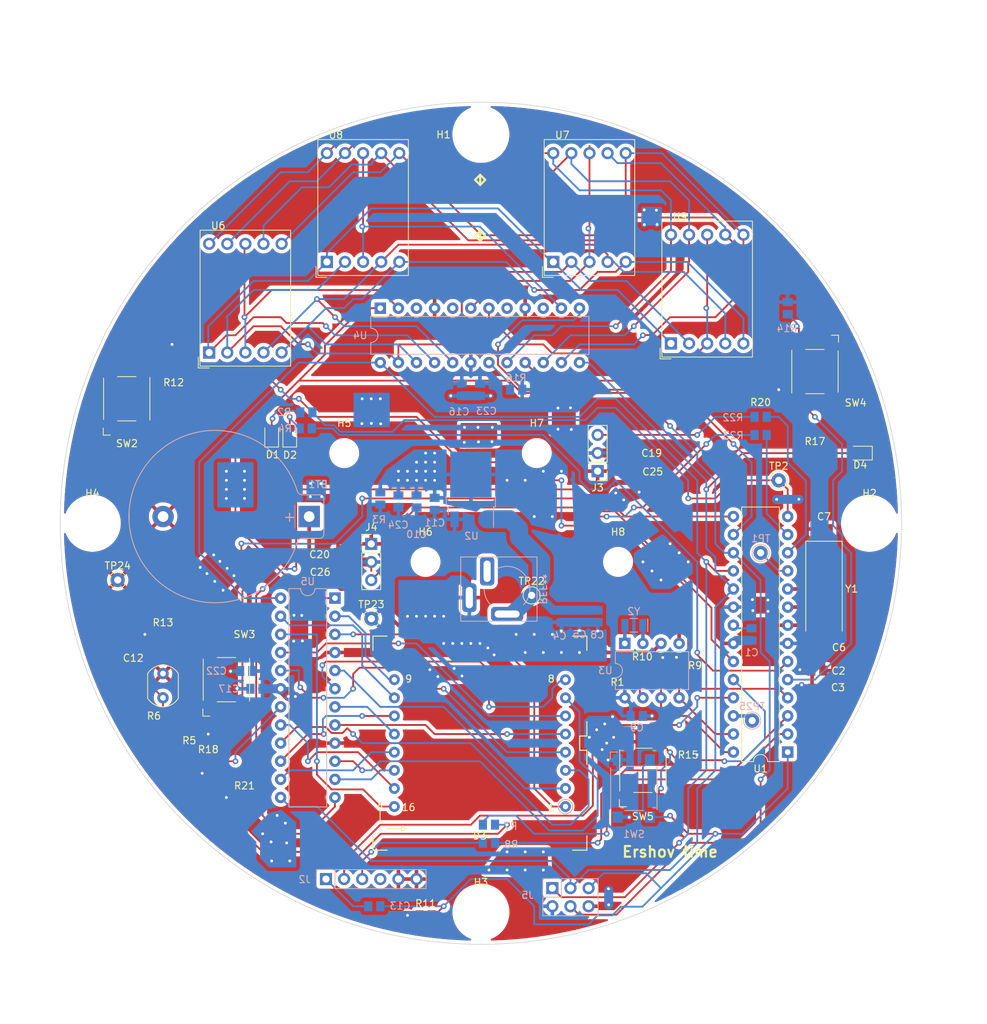
<source format=kicad_pcb>
(kicad_pcb (version 20211014) (generator pcbnew)
  (layers (0 "F.Cu" signal) (31 "B.Cu" signal) (34 "B.Paste" user) (35 "F.Paste" user) (36 "B.SilkS" user "B.Silkscreen") (37 "F.SilkS" user "F.Silkscreen") (38 "B.Mask" user) (39 "F.Mask" user) (44 "Edge.Cuts" user))
  (net 0 "")
  (net 1 "Net-(BT1-Pad1)")
  (net 2 "GND")
  (net 3 "Net-(C1-Pad1)")
  (net 4 "PP5V0")
  (net 5 "PP12V0")
  (net 6 "Net-(C6-Pad1)")
  (net 7 "Net-(C7-Pad1)")
  (net 8 "ADC_0")
  (net 9 "RESET_L")
  (net 10 "Net-(C13-Pad2)")
  (net 11 "Net-(D1-Pad2)")
  (net 12 "Net-(D2-Pad2)")
  (net 13 "MATRIX_ROW_5")
  (net 14 "MATRIX_ROW_7")
  (net 15 "MATRIX_COL_2")
  (net 16 "MATRIX_COL_3")
  (net 17 "MATRIX_ROW_8")
  (net 18 "MATRIX_COL_5")
  (net 19 "MATRIX_ROW_6")
  (net 20 "MATRIX_ROW_3")
  (net 21 "MATRIX_ROW_1")
  (net 22 "MATRIX_COL_4")
  (net 23 "MATRIX_COL_6")
  (net 24 "MATRIX_ROW_4")
  (net 25 "MATRIX_COL_1")
  (net 26 "MATRIX_ROW_2")
  (net 27 "MATRIX_COL_7")
  (net 28 "MATRIX_COL_8")
  (net 31 "Net-(J2-Pad3)")
  (net 32 "Net-(J2-Pad2)")
  (net 33 "Net-(J3-Pad3)")
  (net 34 "Net-(J4-Pad3)")
  (net 35 "SPI_MISO")
  (net 36 "SPI_SCLK")
  (net 37 "SPI_MOSI")
  (net 38 "Net-(R1-Pad1)")
  (net 39 "DEBUG_LED_0")
  (net 40 "DEBUG_LED_1")
  (net 41 "UART_RX")
  (net 42 "UART_TX")
  (net 43 "I2C_SDA")
  (net 44 "I2C_SCL")
  (net 45 "BUTTON_HOURS_L")
  (net 46 "BUTTON_MODE_L")
  (net 47 "BUTTON_MINUTES_L")
  (net 48 "BUTTON_MATRIX_L")
  (net 49 "Net-(R16-Pad2)")
  (net 50 "Net-(R18-Pad2)")
  (net 51 "SPI_DIG_DISPLAY_SS_L")
  (net 52 "SPI_MATRIX_SS_L")
  (net 53 "MOTOR_CONTROL_LEFT")
  (net 54 "MOTOR_CONTROL_RIGHT")
  (net 55 "EXTRA_0")
  (net 56 "EXTRA_1")
  (net 57 "Net-(U3-Pad1)")
  (net 58 "Net-(U3-Pad2)")
  (net 59 "DIG_0_L")
  (net 60 "SEG_A")
  (net 62 "SEG_F")
  (net 63 "SEG_B")
  (net 65 "SEG_G")
  (net 66 "DIG_2_L")
  (net 67 "DIG_3_L")
  (net 69 "SEG_C")
  (net 70 "SEG_E")
  (net 72 "SEG_DP")
  (net 73 "DIG_1_L")
  (net 74 "SEG_D")
  (net 75 "Net-(D4-Pad2)")
  (footprint "footprints:Sx56-1xxxxx" (layer "F.Cu") (at 111.887 76.073)
    (fp_text reference "U6")
    (fp_text value "SC56-11EWA")
  )
  (footprint "footprints:MountingHole_3.2mm_M3" (layer "F.Cu") (at 95.5 100)
    (fp_text reference "H4")
    (fp_text value "MountingHole")
  )
  (footprint "footprints:Sx56-1xxxxx" (layer "F.Cu") (at 128.397 63.373)
    (fp_text reference "U8")
    (fp_text value "SC56-11EWA")
  )
  (footprint "footprints:C_0805_2012Metric" (layer "F.Cu") (at 197.299246 123.19)
    (fp_text reference "C3")
    (fp_text value "C_0805_1uf")
  )
  (footprint "footprints:R_0805_2012Metric" (layer "F.Cu") (at 116.84 138.43)
    (fp_text reference "R21")
    (fp_text value "R_0805_10K")
  )
  (footprint "footprints:TestPoint_THTPad_D2.0mm_Drill1.0mm" (layer "F.Cu") (at 157.11347 110.101465)
    (fp_text reference "TP22")
    (fp_text value "TestPoint")
  )
  (footprint "footprints:TestPoint_THTPad_D2.0mm_Drill1.0mm" (layer "F.Cu") (at 191.77 93.98)
    (fp_text reference "TP2")
    (fp_text value "TestPoint")
  )
  (footprint "footprints:C_0805_2012Metric" (layer "F.Cu") (at 101.723598 121.317073 90)
    (fp_text reference "C12")
    (fp_text value "C_0805_0.1uf")
  )
  (footprint "footprints:SW_SPST_Omron_B3FS-100xP" (layer "F.Cu") (at 100.33 82.55 90)
    (fp_text reference "SW2")
    (fp_text value "Omron_B3F_SPST")
  )
  (footprint "footprints:MountingHole_3.2mm_M3" (layer "F.Cu") (at 157.83 90.17)
    (fp_text reference "H7")
    (fp_text value "MountingHole")
  )
  (footprint "footprints:Crystal_SMD_HC49-SD" (layer "F.Cu") (at 198.12 109.22 -90)
    (fp_text reference "Y1")
    (fp_text value "Crystal_16MHz")
  )
  (footprint "footprints:C_0805_2012Metric" (layer "F.Cu") (at 197.92597 100.813436 180)
    (fp_text reference "C7")
    (fp_text value "C_0805_22pf")
  )
  (footprint "footprints:LED_0805_2012Metric" (layer "F.Cu") (at 120.65 87.63 90)
    (fp_text reference "D1")
    (fp_text value "LED_0805")
  )
  (footprint "footprints:R_0805_2012Metric" (layer "F.Cu") (at 175.26 120.65 -90)
    (fp_text reference "R10")
    (fp_text value "R_0805_4.7K")
  )
  (footprint "footprints:C_0805_2012Metric" (layer "F.Cu") (at 197.338703 117.452659 180)
    (fp_text reference "C6")
    (fp_text value "C_0805_22pf")
  )
  (footprint "footprints:R_0805_2012Metric" (layer "F.Cu") (at 111.76 133.35)
    (fp_text reference "R18")
    (fp_text value "R_0805_22K")
  )
  (footprint "footprints:MountingHole_3.2mm_M3" (layer "F.Cu") (at 130.83 90.17)
    (fp_text reference "H5")
    (fp_text value "MountingHole")
  )
  (footprint "footprints:R_0805_2012Metric" (layer "F.Cu") (at 109.095914 128.802031 180)
    (fp_text reference "R5")
    (fp_text value "R_0805_10K")
  )
  (footprint "footprints:R_LDR_4.9x4.2mm_P2.54mm_Vertical" (layer "F.Cu") (at 105.41 124.46 90)
    (fp_text reference "R6")
    (fp_text value "PhotoconductivePhotocell")
  )
  (footprint "footprints:TestPoint_THTPad_D2.0mm_Drill1.0mm" (layer "F.Cu") (at 99.06 107.95)
    (fp_text reference "TP24")
    (fp_text value "TestPoint")
  )
  (footprint "footprints:MountingHole_3.2mm_M3" (layer "F.Cu") (at 142.23 105.41)
    (fp_text reference "H6")
    (fp_text value "MountingHole")
  )
  (footprint "footprints:C_0805_2012Metric" (layer "F.Cu") (at 197.186468 120.65)
    (fp_text reference "C2")
    (fp_text value "C_0805_0.1uf")
  )
  (footprint "footprints:SW_SPST_Omron_B3FS-100xP" (layer "F.Cu") (at 172.72 134.62 90)
    (fp_text reference "SW5")
    (fp_text value "Omron_B3F_SPST")
  )
  (footprint "footprints:R_0805_2012Metric" (layer "F.Cu") (at 105.41 115.57)
    (fp_text reference "R13")
    (fp_text value "R_0805_10K")
  )
  (footprint "footprints:TestPoint_THTPad_D2.0mm_Drill1.0mm" (layer "F.Cu") (at 134.637154 113.371205)
    (fp_text reference "TP23")
    (fp_text value "TestPoint")
  )
  (footprint "footprints:MountingHole_3.2mm_M3" (layer "F.Cu") (at 204.5 100)
    (fp_text reference "H2")
    (fp_text value "MountingHole")
  )
  (footprint "footprints:R_0805_2012Metric" (layer "F.Cu") (at 106.68 77.47 -90)
    (fp_text reference "R12")
    (fp_text value "R_0805_10K")
  )
  (footprint "footprints:LED_0805_2012Metric" (layer "F.Cu") (at 203.2 90.17 180)
    (fp_text reference "D4")
    (fp_text value "LED_0805_GRN")
  )
  (footprint "footprints:MountingHole_3.2mm_M3" (layer "F.Cu") (at 150 154.5)
    (fp_text reference "H3")
    (fp_text value "MountingHole")
  )
  (footprint "footprints:R_0805_2012Metric" (layer "F.Cu") (at 189.23 81.40566 180)
    (fp_text reference "R20")
    (fp_text value "R_0805_10K")
  )
  (footprint "footprints:R_0805_2012Metric" (layer "F.Cu") (at 179.07 130.81 180)
    (fp_text reference "R15")
    (fp_text value "R_0805_10K")
  )
  (footprint "footprints:PinHeader_1x03_P2.54mm_Vertical" (layer "F.Cu") (at 166.37 92.695 180)
    (fp_text reference "J3")
    (fp_text value "Conn_01x03")
  )
  (footprint "footprints:DIP-28_W7.62mm" (layer "F.Cu") (at 193.03 132.07 180)
    (fp_text reference "U1")
    (fp_text value "ATmega328-PU")
  )
  (footprint "footprints:R_0805_2012Metric" (layer "F.Cu") (at 196.85 90.17)
    (fp_text reference "R17")
    (fp_text value "R_0805_2.2K")
  )
  (footprint "footprints:MountingHole_3.2mm_M3" (layer "F.Cu") (at 150 45.5)
    (fp_text reference "H1")
    (fp_text value "MountingHole")
  )
  (footprint "footprints:Sx56-1xxxxx" (layer "F.Cu") (at 176.657 74.803)
    (fp_text reference "U9")
    (fp_text value "SC56-11EWA")
  )
  (footprint "footprints:C_0805_2012Metric" (layer "F.Cu") (at 170.64251 90.185222)
    (fp_text reference "C19")
    (fp_text value "C_0805_1uf")
  )
  (footprint "footprints:SW_SPST_Omron_B3FS-100xP" (layer "F.Cu") (at 114.3 121.92 90)
    (fp_text reference "SW3")
    (fp_text value "Omron_B3F_SPST")
  )
  (footprint "footprints:C_0805_2012Metric" (layer "F.Cu") (at 130.81 106.68 180)
    (fp_text reference "C26")
    (fp_text value "C_0805_10uf")
  )
  (footprint "footprints:R_0805_2012Metric" (layer "F.Cu") (at 142.24 154.94)
    (fp_text reference "R11")
    (fp_text value "R_0805_10K")
  )
  (footprint "footprints:LED_0805_2012Metric" (layer "F.Cu") (at 123.19 87.63 90)
    (fp_text reference "D2")
    (fp_text value "LED_0805_GRN")
  )
  (footprint "footprints:C_0805_2012Metric" (layer "F.Cu") (at 170.64251 92.725222)
    (fp_text reference "C25")
    (fp_text value "C_0805_10uf")
  )
  (footprint "footprints:Sx56-1xxxxx" (layer "F.Cu") (at 160.147 63.373)
    (fp_text reference "U7")
    (fp_text value "SC56-11EWA")
  )
  (footprint "footprints:SW_SPST_Omron_B3FS-100xP" (layer "F.Cu") (at 196.85 78.74 -90)
    (fp_text reference "SW4")
    (fp_text value "Omron_B3F_SPST")
  )
  (footprint "footprints:MountingHole_3.2mm_M3" (layer "F.Cu") (at 169.23 105.41)
    (fp_text reference "H8")
    (fp_text value "MountingHole")
  )
  (footprint "footprints:KWM-30881CVB" (layer "F.Cu") (at 149.86 130.81 180)
    (fp_text reference "D3")
    (fp_text value "KWM-30881CVB")
  )
  (footprint "footprints:PinHeader_1x03_P2.54mm_Vertical" (layer "F.Cu") (at 134.62 102.885)
    (fp_text reference "J4")
    (fp_text value "Conn_01x03")
  )
  (footprint "footprints:C_0805_2012Metric" (layer "F.Cu") (at 130.81 104.14 180)
    (fp_text reference "C20")
    (fp_text value "C_0805_1uf")
  )
  (footprint "footprints:R_0805_2012Metric" (layer "F.Cu") (at 177.8 120.65 -90)
    (fp_text reference "R9")
    (fp_text value "R_0805_4.7K")
  )
  (footprint "footprints:R_0805_2012Metric" (layer "F.Cu") (at 171.45 120.65 180)
    (fp_text reference "R1")
    (fp_text value "R_0805_10K")
  )
  (footprint "footprints:R_0805_2012Metric" (layer "B.Cu") (at 125.432042 86.707545 180)
    (fp_text reference "R4")
    (fp_text value "R_0805_2.2K")
  )
  (footprint "footprints:DIP-24_W7.62mm" (layer "B.Cu") (at 129.53 110.485 180)
    (fp_text reference "U5")
    (fp_text value "MAX7219")
  )
  (footprint "footprints:Wurth-694106402002" (layer "B.Cu") (at 153.67 109.22 90)
    (fp_text reference "J1")
    (fp_text value "Power_inlet_vertical" hide)
  )
  (footprint "footprints:R_0805_2012Metric" (layer "B.Cu") (at 125.51245 84.456119 180)
    (fp_text reference "R2")
    (fp_text value "R_0805_2.2K")
  )
  (footprint "footprints:Crystal_SMD_2Pin_3.2x1.5mm" (layer "B.Cu") (at 171.45 114.3 180)
    (fp_text reference "Y2")
    (fp_text value "Crystal_32768Hz")
  )
  (footprint "footprints:R_0805_2012Metric" (layer "B.Cu") (at 151.13 142.24)
    (fp_text reference "R7")
    (fp_text value "R_0805_47")
  )
  (footprint "footprints:SW_SPST_Omron_B3FS-100xP" (layer "B.Cu") (at 171.45 137.16 -90)
    (fp_text reference "SW1")
    (fp_text value "Omron_B3F_SPST")
  )
  (footprint "footprints:R_0805_2012Metric" (layer "B.Cu") (at 193.04 69.85 -90)
    (fp_text reference "R14")
    (fp_text value "R_0805_10K")
  )
  (footprint "footprints:C_0805_2012Metric" (layer "B.Cu") (at 163.83 113.03 -90)
    (fp_text reference "C5")
    (fp_text value "C_0805_1uf")
  )
  (footprint "footprints:C_0805_2012Metric" (layer "B.Cu") (at 171.87 127)
    (fp_text reference "C9")
    (fp_text value "C_0805_0.1uf")
  )
  (footprint "footprints:PinHeader_2x03_P2.54mm_Vertical" (layer "B.Cu") (at 160.02 151.13 -90)
    (fp_text reference "J5")
    (fp_text value "Conn_02x03_Odd_Even")
  )
  (footprint "footprints:R_0805_2012Metric" (layer "B.Cu") (at 154.94 81.28 180)
    (fp_text reference "R16")
    (fp_text value "R_0805_22K")
  )
  (footprint "footprints:C_0805_2012Metric" (layer "B.Cu") (at 161.29 113.03 -90)
    (fp_text reference "C4")
    (fp_text value "C_0805_10uf")
  )
  (footprint "footprints:DIP-24_W7.62mm" (layer "B.Cu") (at 135.885 69.86 -90)
    (fp_text reference "U4")
    (fp_text value "MAX7219")
  )
  (footprint "footprints:C_0805_2012Metric" (layer "B.Cu") (at 143.51 97.278258 90)
    (fp_text reference "C11")
    (fp_text value "C_0805_0.1uf" hide)
  )
  (footprint "footprints:DIP-8_W7.62mm" (layer "B.Cu") (at 170.18 116.84 -90)
    (fp_text reference "U3")
    (fp_text value "DS1307_DIP-8")
  )
  (footprint "footprints:C_0805_2012Metric" (layer "B.Cu") (at 187.96 115.57 -90)
    (fp_text reference "C1")
    (fp_text value "C_0805_0.1uf")
  )
  (footprint "footprints:C_0805_2012Metric" (layer "B.Cu") (at 118.53 123.19 180)
    (fp_text reference "C17")
    (fp_text value "C_0805_1uf")
  )
  (footprint "footprints:BatteryHolder_Keystone_106_1x20mm" (layer "B.Cu") (at 125.913686 99.060017 180)
    (fp_text reference "BT1")
    (fp_text value "Battery_Cell")
  )
  (footprint "footprints:C_0805_2012Metric" (layer "B.Cu") (at 147.32 81.28 -90)
    (fp_text reference "C16")
    (fp_text value "C_0805_1uf")
  )
  (footprint "footprints:R_0805_2012Metric" (layer "B.Cu") (at 189.23 85.09 180)
    (fp_text reference "R22")
    (fp_text value "R_0805_47")
  )
  (footprint "footprints:R_0805_2012Metric" (layer "B.Cu") (at 151.13 144.78 180)
    (fp_text reference "R8")
    (fp_text value "R_0805_47")
  )
  (footprint "footprints:C_0805_2012Metric" (layer "B.Cu") (at 138.43 96.94 90)
    (fp_text reference "C24")
    (fp_text value "C_0805_10uf")
  )
  (footprint "footprints:C_0805_2012Metric" (layer "B.Cu") (at 149.86 81.28 -90)
    (fp_text reference "C23")
    (fp_text value "C_0805_10uf")
  )
  (footprint "footprints:C_0805_2012Metric" (layer "B.Cu") (at 117.073836 120.705483 180)
    (fp_text reference "C22")
    (fp_text value "C_0805_10uf")
  )
  (footprint "footprints:C_0805_2012Metric" (layer "B.Cu") (at 140.97 96.94 90)
    (fp_text reference "C10")
    (fp_text value "C_0805_1uf")
  )
  (footprint "footprints:C_0805_2012Metric" (layer "B.Cu") (at 166.37 113.03 -90)
    (fp_text reference "C8")
    (fp_text value "C_0805_0.1uf")
  )
  (footprint "footprints:TestPoint_THTPad_D2.0mm_Drill1.0mm" (layer "B.Cu") (at 189.23 104.14 180)
    (fp_text reference "TP1")
    (fp_text value "TestPoint")
  )
  (footprint "footprints:PinHeader_1x06_P2.54mm_Vertical" (layer "B.Cu") (at 128.27 149.86 -90)
    (fp_text reference "J2")
    (fp_text value "Conn_01x06")
  )
  (footprint "footprints:TO-252-2" (layer "B.Cu") (at 148.59 95.25 90)
    (fp_text reference "U2")
    (fp_text value "L7805")
  )
  (footprint "footprints:R_0805_2012Metric" (layer "B.Cu") (at 135.89 96.52 90)
    (fp_text reference "R3")
    (fp_text value "R_0805_1K")
  )
  (footprint "footprints:TestPoint_THTPad_D2.0mm_Drill1.0mm" (layer "B.Cu") (at 188.039527 127.65366 180)
    (fp_text reference "TP25")
    (fp_text value "TestPoint")
  )
  (footprint "footprints:R_0805_2012Metric" (layer "B.Cu") (at 189.23 87.63 180)
    (fp_text reference "R23")
    (fp_text value "R_0805_47")
  )
  (footprint "footprints:C_0805_2012Metric" (layer "B.Cu") (at 135.04 153.67 180)
    (fp_text reference "C13")
    (fp_text value "C_0805_0.1uf")
  )
  (gr_circle locked (center 150 100) (end 209 100) (layer "Edge.Cuts") (width 0.1) (fill none))
  (gr_text "Ershov time" (at 176.53 146.05) (layer "F.SilkS") (effects (font (size 1.5 1.5) (thickness 0.3))))
  (gr_text ":" (at 149.895185 53.526945) (layer "F.SilkS") (effects (font (size 15 15) (thickness 0.3))))
  (segment (start 125.913686 99.060017) (end 125.913686 104.822108) (width 0.508) (layer "F.Cu") (net 1))
  (segment (start 125.913686 104.822108) (end 130.311578 109.22) (width 0.508) (layer "F.Cu") (net 1))
  (segment (start 151.13 114.3) (end 153.67 116.84) (width 0.508) (layer "F.Cu") (net 1))
  (segment (start 167.64 118.11) (end 173.99 118.11) (width 0.508) (layer "F.Cu") (net 1))
  (segment (start 166.37 116.84) (end 167.64 118.11) (width 0.508) (layer "F.Cu") (net 1))
  (segment (start 153.67 116.84) (end 166.37 116.84) (width 0.508) (layer "F.Cu") (net 1))
  (segment (start 138.43 114.3) (end 151.13 114.3) (width 0.508) (layer "F.Cu") (net 1))
  (segment (start 130.311578 109.22) (end 133.35 109.22) (width 0.508) (layer "F.Cu") (net 1))
  (segment (start 173.99 118.11) (end 175.26 116.84) (width 0.508) (layer "F.Cu") (net 1))
  (segment (start 133.35 109.22) (end 138.43 114.3) (width 0.508) (layer "F.Cu") (net 1))
  (segment (start 129.96 106.68) (end 129.96 104.14) (width 1.27) (layer "F.Cu") (net 2))
  (via (at 191.480648 96.649911) (size 0.8) (drill 0.4) (layers "F.Cu" "B.Cu") (net 2))
  (via (at 160.02 115.57) (size 0.8) (drill 0.4) (layers "F.Cu" "B.Cu") (net 2))
  (via (at 146.05 116.84) (size 0.8) (drill 0.4) (layers "F.Cu" "B.Cu") (net 2))
  (via (at 144.78 113.03) (size 0.8) (drill 0.4) (layers "F.Cu" "B.Cu") (net 2))
  (via (at 174.608542 56.124062) (size 0.8) (drill 0.4) (layers "F.Cu" "B.Cu") (net 2))
  (via (at 135.945079 86.060719) (size 0.8) (drill 0.4) (layers "F.Cu" "B.Cu") (net 2))
  (via (at 158.75 118.11) (size 0.8) (drill 0.4) (layers "F.Cu" "B.Cu") (net 2))
  (via (at 127.659527 96.273906) (size 0.8) (drill 0.4) (layers "F.Cu" "B.Cu") (net 2))
  (via (at 173.99 127) (size 0.8) (drill 0.4) (layers "F.Cu" "B.Cu") (net 2))
  (via (at 157.48 115.57) (size 0.8) (drill 0.4) (layers "F.Cu" "B.Cu") (net 2))
  (via (at 173.99 106.68) (size 0.8) (drill 0.4) (layers "F.Cu" "B.Cu") (net 2))
  (via (at 143.51 93.98) (size 0.8) (drill 0.4) (layers "F.Cu" "B.Cu") (net 2))
  (via (at 151.852724 118.439478) (size 0.8) (drill 0.4) (layers "F.Cu" "B.Cu") (net 2))
  (via (at 142.24 93.98) (size 0.8) (drill 0.4) (layers "F.Cu" "B.Cu") (net 2))
  (via (at 120.65 147.32) (size 0.8) (drill 0.4) (layers "F.Cu" "B.Cu") (net 2))
  (via (at 142.24 90.17) (size 0.8) (drill 0.4) (layers "F.Cu" "B.Cu") (net 2))
  (via (at 123.19 147.32) (size 0.8) (drill 0.4) (layers "F.Cu" "B.Cu") (net 2))
  (via (at 115.790097 123.15111) (size 0.8) (drill 0.4) (layers "F.Cu" "B.Cu") (net 2))
  (via (at 161.271067 115.066392) (size 0.8) (drill 0.4) (layers "F.Cu" "B.Cu") (net 2))
  (via (at 149.86 116.84) (size 0.8) (drill 0.4) (layers "F.Cu" "B.Cu") (net 2))
  (via (at 140.97 92.71) (size 0.8) (drill 0.4) (layers "F.Cu" "B.Cu") (net 2))
  (via (at 140.97 91.44) (size 0.8) (drill 0.4) (layers "F.Cu" "B.Cu") (net 2))
  (via (at 145.770371 82.136549) (size 0.8) (drill 0.4) (layers "F.Cu" "B.Cu") (net 2))
  (via (at 166.37 115.096684) (size 0.8) (drill 0.4) (layers "F.Cu" "B.Cu") (net 2))
  (via (at 121.421719 140.943172) (size 0.8) (drill 0.4) (layers "F.Cu" "B.Cu") (net 2))
  (via (at 166.235186 128.929543) (size 0.8) (drill 0.4) (layers "F.Cu" "B.Cu") (net 2))
  (via (at 143.51 113.03) (size 0.8) (drill 0.4) (layers "F.Cu" "B.Cu") (net 2))
  (via (at 116.84 96.52) (size 0.8) (drill 0.4) (layers "F.Cu" "B.Cu") (net 2))
  (via (at 156.21 93.98) (size 0.8) (drill 0.4) (layers "F.Cu" "B.Cu") (net 2))
  (via (at 147.32 116.84) (size 0.8) (drill 0.4) (layers "F.Cu" "B.Cu") (net 2))
  (via (at 143.51 91.44) (size 0.8) (drill 0.4) (layers "F.Cu" "B.Cu") (net 2))
  (via (at 167.92332 153.473854) (size 0.8) (drill 0.4) (layers "F.Cu" "B.Cu") (net 2))
  (via (at 120.569518 144.648393) (size 0.8) (drill 0.4) (layers "F.Cu" "B.Cu") (net 2))
  (via (at 134.637345 86.002598) (size 0.8) (drill 0.4) (layers "F.Cu" "B.Cu") (net 2))
  (via (at 167.887071 151.222651) (size 0.8) (drill 0.4) (layers "F.Cu" "B.Cu") (net 2))
  (via (at 172.72 105.41) (size 0.8) (drill 0.4) (layers "F.Cu" "B.Cu") (net 2))
  (via (at 142.24 92.71) (size 0.8) (drill 0.4) (layers "F.Cu" "B.Cu") (net 2))
  (via (at 138.43 93.98) (size 0.8) (drill 0.4) (layers "F.Cu" "B.Cu") (net 2))
  (via (at 114.3 92.71) (size 0.8) (drill 0.4) (layers "F.Cu" "B.Cu") (net 2))
  (via (at 144.78 116.84) (size 0.8) (drill 0.4) (layers "F.Cu" "B.Cu") (net 2))
  (via (at 153.67 93.98) (size 0.8) (drill 0.4) (layers "F.Cu" "B.Cu") (net 2))
  (via (at 122.755598 144.796601) (size 0.8) (drill 0.4) (layers "F.Cu" "B.Cu") (net 2))
  (via (at 157.48 99.06) (size 0.8) (drill 0.4) (layers "F.Cu" "B.Cu") (net 2))
  (via (at 116.84 93.98) (size 0.8) (drill 0.4) (layers "F.Cu" "B.Cu") (net 2))
  (via (at 126.100932 94.41453) (size 0.8) (drill 0.4) (layers "F.Cu" "B.Cu") (net 2))
  (via (at 133.35 82.55) (size 0.8) (drill 0.4) (layers "F.Cu" "B.Cu") (net 2))
  (via (at 194.592995 96.634165) (size 0.8) (drill 0.4) (layers "F.Cu" "B.Cu") (net 2))
  (via (at 167.371065 128.123434) (size 0.8) (drill 0.4) (layers "F.Cu" "B.Cu") (net 2))
  (via (at 161.29 118.11) (size 0.8) (drill 0.4) (layers "F.Cu" "B.Cu") (net 2))
  (via (at 139.7 92.71) (size 0.8) (drill 0.4) (layers "F.Cu" "B.Cu") (net 2))
  (via (at 114.3 96.52) (size 0.8) (drill 0.4) (layers "F.Cu" "B.Cu") (net 2))
  (via (at 154.94 115.57) (size 0.8) (drill 0.4) (layers "F.Cu" "B.Cu") (net 2))
  (via (at 179.07 105.41) (size 0.8) (drill 0.4) (layers "F.Cu" "B.Cu") (net 2))
  (via (at 172.902788 56.081419) (size 0.8) (drill 0.4) (layers "F.Cu" "B.Cu") (net 2))
  (via (at 168.470304 127.097478) (size 0.8) (drill 0.4) (layers "F.Cu" "B.Cu") (net 2))
  (via (at 140.97 93.98) (size 0.8) (drill 0.4) (layers "F.Cu" "B.Cu") (net 2))
  (via (at 167.64 130.81) (size 0.8) (drill 0.4) (layers "F.Cu" "B.Cu") (net 2))
  (via (at 140.97 113.03) (size 0.8) (drill 0.4) (layers "F.Cu" "B.Cu") (net 2))
  (via (at 167.822192 133.175173) (size 0.8) (drill 0.4) (layers "F.Cu" "B.Cu") (net 2))
  (via (at 175.26 107.95) (size 0.8) (drill 0.4) (layers "F.Cu" "B.Cu") (net 2))
  (via (at 116.84 95.25) (size 0.8) (drill 0.4) (layers "F.Cu" "B.Cu") (net 2))
  (via (at 148.59 116.84) (size 0.8) (drill 0.4) (layers "F.Cu" "B.Cu") (net 2))
  (via (at 142.24 113.03) (size 0.8) (drill 0.4) (layers "F.Cu" "B.Cu") (net 2))
  (via (at 174.708857 58.125403) (size 0.8) (drill 0.4) (layers "F.Cu" "B.Cu") (net 2))
  (via (at 126.073589 96.273906) (size 0.8) (drill 0.4) (layers "F.Cu" "B.Cu") (net 2))
  (via (at 163.83 118.11) (size 0.8) (drill 0.4) (layers "F.Cu" "B.Cu") (net 2))
  (via (at 151.351955 82.136549) (size 0.8) (drill 0.4) (layers "F.Cu" "B.Cu") (net 2))
  (via (at 116.84 92.71) (size 0.8) (drill 0.4) (layers "F.Cu" "B.Cu") (net 2))
  (via (at 158.75 92.71) (size 0.8) (drill 0.4) (layers "F.Cu" "B.Cu") (net 2))
  (via (at 139.7 113.03) (size 0.8) (drill 0.4) (layers "F.Cu" "B.Cu") (net 2))
  (via (at 135.89 82.55) (size 0.8) (drill 0.4) (layers "F.Cu" "B.Cu") (net 2))
  (via (at 114.889698 120.730035) (size 0.8) (drill 0.4) (layers "F.Cu" "B.Cu") (net 2))
  (via (at 167.004653 131.714281) (size 0.8) (drill 0.4) (layers "F.Cu" "B.Cu") (net 2))
  (via (at 168.616869 129.99214) (size 0.8) (drill 0.4) (layers "F.Cu" "B.Cu") (net 2))
  (via (at 114.3 93.98) (size 0.8) (drill 0.4) (layers "F.Cu" "B.Cu") (net 2))
  (via (at 150.968665 117.471223) (size 0.8) (drill 0.4) (layers "F.Cu" "B.Cu") (net 2))
  (via (at 114.3 95.25) (size 0.8) (drill 0.4) (layers "F.Cu" "B.Cu") (net 2))
  (via (at 142.24 91.44) (size 0.8) (drill 0.4) (layers "F.Cu" "B.Cu") (net 2))
  (via (at 160.02 99.06) (size 0.8) (drill 0.4) (layers "F.Cu" "B.Cu") (net 2))
  (via (at 139.7 93.98) (size 0.8) (drill 0.4) (layers "F.Cu" "B.Cu") (net 2))
  (via (at 177.8 104.14) (size 0.8) (drill 0.4) (layers "F.Cu" "B.Cu") (net 2))
  (via (at 156.21 118.11) (size 0.8) (drill 0.4) (layers "F.Cu" "B.Cu") (net 2))
  (via (at 143.51 90.17) (size 0.8) (drill 0.4) (layers "F.Cu" "B.Cu") (net 2))
  (via (at 122.570337 142.017686) (size 0.8) (drill 0.4) (layers "F.Cu" "B.Cu") (net 2))
  (via (at 138.43 92.71) (size 0.8) (drill 0.4) (layers "F.Cu" "B.Cu") (net 2))
  (via (at 134.62 82.55) (size 0.8) (drill 0.4) (layers "F.Cu" "B.Cu") (net 2))
  (via (at 172.914495 58.152184) (size 0.8) (drill 0.4) (layers "F.Cu" "B.Cu") (net 2))
  (via (at 163.814096 115.031556) (size 0.8) (drill 0.4) (layers "F.Cu" "B.Cu") (net 2))
  (via (at 170.794238 141.197755) (size 0.8) (drill 0.4) (layers "F.Cu" "B.Cu") (net 2))
  (via (at 143.51 92.71) (size 0.8) (drill 0.4) (layers "F.Cu" "B.Cu") (net 2))
  (via (at 133.300551 86.031658) (size 0.8) (drill 0.4) (layers "F.Cu" "B.Cu") (net 2))
  (via (at 119.38 143.51) (size 0.8) (drill 0.4) (layers "F.Cu" "B.Cu") (net 2))
  (via (at 165.209229 129.99214) (size 0.8) (drill 0.4) (layers "F.Cu" "B.Cu") (net 2))
  (via (at 176.53 102.87) (size 0.8) (drill 0.4) (layers "F.Cu" "B.Cu") (net 2))
  (via (at 127.550152 94.441874) (size 0.8) (drill 0.4) (layers "F.Cu" "B.Cu") (net 2))
  (via (at 161.29 92.71) (size 0.8) (drill 0.4) (layers "F.Cu" "B.Cu") (net 2))
  (segment (start 146.05 107.95) (end 144.78 109.22) (width 1.27) (layer "B.Cu") (net 2))
  (segment (start 145.77692 82.13) (end 145.770371 82.136549) (width 0.508) (layer "B.Cu") (net 2))
  (segment (start 172.72 127) (end 173.99 127) (width 0.508) (layer "B.Cu") (net 2))
  (segment (start 116.223836 120.705483) (end 114.91425 120.705483) (width 0.508) (layer "B.Cu") (net 2))
  (segment (start 167.92332 153.473854) (end 167.92332 151.41332) (width 1.27) (layer "B.Cu") (net 2))
  (segment (start 145.770371 82.136549) (end 151.351955 82.136549) (width 0.508) (layer "B.Cu") (net 2))
  (segment (start 147.32 107.95) (end 146.05 107.95) (width 1.27) (layer "B.Cu") (net 2))
  (segment (start 191.480648 96.649911) (end 194.61728 96.649911) (width 1.27) (layer "B.Cu") (net 2))
  (segment (start 115.828987 123.19) (end 115.790097 123.15111) (width 0.508) (layer "B.Cu") (net 2))
  (segment (start 169.2 141.16) (end 170.756483 141.16) (width 0.508) (layer "B.Cu") (net 2))
  (segment (start 161.29 115.047459) (end 161.271067 115.066392) (width 0.508) (layer "B.Cu") (net 2))
  (segment (start 166.37 113.88) (end 166.37 115.096684) (width 0.508) (layer "B.Cu") (net 2))
  (segment (start 114.91425 120.705483) (end 114.889698 120.730035) (width 0.508) (layer "B.Cu") (net 2))
  (segment (start 163.83 115.015652) (end 163.814096 115.031556) (width 0.508) (layer "B.Cu") (net 2))
  (segment (start 187.96 116.42) (end 185.82 116.42) (width 1.27) (layer "B.Cu") (net 2))
  (segment (start 169.2 133.16) (end 167.837365 133.16) (width 0.508) (layer "B.Cu") (net 2))
  (segment (start 161.29 113.88) (end 163.83 113.88) (width 1.27) (layer "B.Cu") (net 2))
  (segment (start 147.32 82.13) (end 145.77692 82.13) (width 0.508) (layer "B.Cu") (net 2))
  (segment (start 185.82 116.42) (end 185.41 116.83) (width 1.27) (layer "B.Cu") (net 2))
  (segment (start 117.68 123.19) (end 115.828987 123.19) (width 0.508) (layer "B.Cu") (net 2))
  (segment (start 170.756483 141.16) (end 170.794238 141.197755) (width 0.508) (layer "B.Cu") (net 2))
  (segment (start 148.37 110.42) (end 148.37 109) (width 1.27) (layer "B.Cu") (net 2))
  (segment (start 167.837365 133.16) (end 167.822192 133.175173) (width 0.508) (layer "B.Cu") (net 2))
  (segment (start 166.37 113.88) (end 163.83 113.88) (width 1.27) (layer "B.Cu") (net 2))
  (segment (start 148.37 109) (end 147.32 107.95) (width 1.27) (layer "B.Cu") (net 2))
  (segment (start 161.29 113.88) (end 161.29 115.047459) (width 0.508) (layer "B.Cu") (net 2))
  (segment (start 167.901526 153.495648) (end 167.92332 153.473854) (width 0.254) (layer "B.Cu") (net 2))
  (segment (start 163.83 113.88) (end 163.83 115.015652) (width 0.508) (layer "B.Cu") (net 2))
  (segment (start 147.32 82.13) (end 149.86 82.13) (width 1.27) (layer "B.Cu") (net 2))
  (segment (start 185.84 114.72) (end 185.41 114.29) (width 0.254) (layer "B.Cu") (net 3))
  (segment (start 187.96 114.72) (end 185.84 114.72) (width 0.254) (layer "B.Cu") (net 3))
  (segment (start 166.37 90.155) (end 169.762288 90.155) (width 1.27) (layer "F.Cu") (net 4))
  (segment (start 134.62 105.425) (end 134.62 106.68) (width 0.25) (layer "F.Cu") (net 4))
  (segment (start 106.68 76.62) (end 106.68 74.93) (width 0.508) (layer "F.Cu") (net 4))
  (segment (start 132.065 105.425) (end 134.62 105.425) (width 1.27) (layer "F.Cu") (net 4))
  (segment (start 177.8 119.8) (end 177.8 119.155961) (width 0.508) (layer "F.Cu") (net 4))
  (segment (start 115.99 138.43) (end 114.3 138.43) (width 0.508) (layer "F.Cu") (net 4))
  (segment (start 196.336468 120.65) (end 194.869291 120.65) (width 0.508) (layer "F.Cu") (net 4))
  (segment (start 169.762288 90.155) (end 169.79251 90.185222) (width 1.27) (layer "F.Cu") (net 4))
  (segment (start 111.022031 128.802031) (end 111.76 129.54) (width 0.508) (layer "F.Cu") (net 4))
  (segment (start 180.318192 131.208192) (end 179.92 130.81) (width 0.508) (layer "F.Cu") (net 4))
  (segment (start 191.64434 81.40566) (end 191.77 81.28) (width 1.27) (layer "F.Cu") (net 4))
  (segment (start 109.945914 128.802031) (end 111.022031 128.802031) (width 0.508) (layer "F.Cu") (net 4))
  (segment (start 104.56 115.57) (end 102.87 115.57) (width 0.508) (layer "F.Cu") (net 4))
  (segment (start 194.869291 120.65) (end 194.735913 120.516622) (width 0.508) (layer "F.Cu") (net 4))
  (segment (start 149.01 77.905) (end 148.585 77.48) (width 0.508) (layer "F.Cu") (net 4))
  (segment (start 131.66 105.83) (end 131.66 104.14) (width 1.27) (layer "F.Cu") (net 4))
  (segment (start 196.449246 120.762778) (end 196.336468 120.65) (width 0.508) (layer "F.Cu") (net 4))
  (segment (start 175.26 119.8) (end 175.26 119.06261) (width 0.508) (layer "F.Cu") (net 4))
  (segment (start 131.66 105.83) (end 132.065 105.425) (width 1.27) (layer "F.Cu") (net 4))
  (segment (start 196.449246 123.19) (end 196.449246 120.762778) (width 0.508) (layer "F.Cu") (net 4))
  (segment (start 177.8 119.155961) (end 177.426157 118.782118) (width 0.508) (layer "F.Cu") (net 4))
  (segment (start 121.91 123.185) (end 122.994405 124.269405) (width 1.27) (layer "F.Cu") (net 4))
  (segment (start 196.449246 123.19) (end 195.520982 123.19) (width 0.508) (layer "F.Cu") (net 4))
  (segment (start 180.318192 132.428582) (end 180.318192 131.208192) (width 0.508) (layer "F.Cu") (net 4))
  (segment (start 175.26 119.06261) (end 175.503153 118.819457) (width 0.508) (layer "F.Cu") (net 4))
  (segment (start 169.79251 90.185222) (end 169.79251 92.725222) (width 1.27) (layer "F.Cu") (net 4))
  (segment (start 190.08 81.40566) (end 191.64434 81.40566) (width 1.27) (layer "F.Cu") (net 4))
  (segment (start 131.66 106.68) (end 131.66 105.83) (width 1.27) (layer "F.Cu") (net 4))
  (segment (start 122.994405 124.269405) (end 123.980683 124.269405) (width 1.27) (layer "F.Cu") (net 4))
  (segment (start 141.39 154.94) (end 139.7 154.94) (width 0.508) (layer "F.Cu") (net 4))
  (segment (start 110.91 133.35) (end 110.91 135.04) (width 0.508) (layer "F.Cu") (net 4))
  (segment (start 195.520982 123.19) (end 194.982215 122.651233) (width 0.508) (layer "F.Cu") (net 4))
  (via (at 153.67 146.05) (size 0.8) (drill 0.4) (layers "F.Cu" "B.Cu") (net 4))
  (via (at 188.145492 112.239685) (size 0.8) (drill 0.4) (layers "F.Cu" "B.Cu") (net 4))
  (via (at 194.735913 120.516622) (size 0.8) (drill 0.4) (layers "F.Cu" "B.Cu") (net 4))
  (via (at 139.7 154.94) (size 0.8) (drill 0.4) (layers "F.Cu" "B.Cu") (net 4))
  (via (at 158.75 146.05) (size 0.8) (drill 0.4) (layers "F.Cu" "B.Cu") (net 4))
  (via (at 114.414865 106.321095) (size 0.8) (drill 0.4) (layers "F.Cu" "B.Cu") (net 4))
  (via (at 114.3 138.43) (size 0.8) (drill 0.4) (layers "F.Cu" "B.Cu") (net 4))
  (via (at 188.082924 110.696348) (size 0.8) (drill 0.4) (layers "F.Cu" "B.Cu") (net 4))
  (via (at 124.961075 116.485006) (size 0.8) (drill 0.4) (layers "F.Cu" "B.Cu") (net 4))
  (via (at 162.679253 86.858917) (size 0.8) (drill 0.4) (layers "F.Cu" "B.Cu") (net 4))
  (via (at 146.24558 120.347507) (size 0.8) (drill 0.4) (layers "F.Cu" "B.Cu") (net 4))
  (via (at 147.698065 86.560719) (size 0.8) (drill 0.4) (layers "F.Cu" "B.Cu") (net 4))
  (via (at 168.908381 95.752845) (size 0.8) (drill 0.4) (layers "F.Cu" "B.Cu") (net 4))
  (via (at 156.21 146.05) (size 0.8) (drill 0.4) (layers "F.Cu" "B.Cu") (net 4))
  (via (at 123.741066 116.528578) (size 0.8) (drill 0.4) (layers "F.Cu" "B.Cu") (net 4))
  (via (at 170.031183 96.72791) (size 0.8) (drill 0.4) (layers "F.Cu" "B.Cu") (net 4))
  (via (at 113.394438 105.337112) (size 0.8) (drill 0.4) (layers "F.Cu" "B.Cu") (net 4))
  (via (at 123.980683 124.269405) (size 0.8) (drill 0.4) (layers "F.Cu" "B.Cu") (net 4))
  (via (at 124.873931 112.912123) (size 0.8) (drill 0.4) (layers "F.Cu" "B.Cu") (net 4))
  (via (at 156.21 148.59) (size 0.8) (drill 0.4) (layers "F.Cu" "B.Cu") (net 4))
  (via (at 190.251939 110.758916) (size 0.8) (drill 0.4) (layers "F.Cu" "B.Cu") (net 4))
  (via (at 190.272795 112.343965) (size 0.8) (drill 0.4) (layers "F.Cu" "B.Cu") (net 4))
  (via (at 115.362404 107.341522) (size 0.8) (drill 0.4) (layers "F.Cu" "B.Cu") (net 4))
  (via (at 180.318192 132.428582) (size 0.8) (drill 0.4) (layers "F.Cu" "B.Cu") (net 4))
  (via (at 194.982215 122.651233) (size 0.8) (drill 0.4) (layers "F.Cu" "B.Cu") (net 4))
  (via (at 112.519786 104.426016) (size 0.8) (drill 0.4) (layers "F.Cu" "B.Cu") (net 4))
  (via (at 112.665561 108.143286) (size 0.8) (drill 0.4) (layers "F.Cu" "B.Cu") (net 4))
  (via (at 106.68 74.93) (size 0.8) (drill 0.4) (layers "F.Cu" "B.Cu") (net 4))
  (via (at 191.77 81.28) (size 0.8) (drill 0.4) (layers "F.Cu" "B.Cu") (net 4))
  (via (at 113.831764 109.382376) (size 0.8) (drill 0.4) (layers "F.Cu" "B.Cu") (net 4))
  (via (at 151.596866 86.560719) (size 0.8) (drill 0.4) (layers "F.Cu" "B.Cu") (net 4))
  (via (at 110.624707 106.17532) (size 0.8) (drill 0.4) (layers "F.Cu" "B.Cu") (net 4))
  (via (at 110.91 135.04) (size 0.8) (drill 0.4) (layers "F.Cu" "B.Cu") (net 4))
  (via (at 151.13 148.59) (size 0.8) (drill 0.4) (layers "F.Cu" "B.Cu") (net 4))
  (via (at 175.503153 118.819457) (size 0.8) (drill 0.4) (layers "F.Cu" "B.Cu") (net 4))
  (via (at 151.549608 88.569192) (size 0.8) (drill 0.4) (layers "F.Cu" "B.Cu") (net 4))
  (via (at 142.839256 120.518481) (size 0.8) (drill 0.4) (layers "F.Cu" "B.Cu") (net 4))
  (via (at 158.75 148.59) (size 0.8) (drill 0.4) (layers "F.Cu" "B.Cu") (net 4))
  (via (at 143.957162 121.491716) (size 0.8) (drill 0.4) (layers "F.Cu" "B.Cu") (net 4))
  (via (at 149.65928 88.592821) (size 0.8) (drill 0.4) (layers "F.Cu" "B.Cu") (net 4))
  (via (at 102.87 115.57) (size 0.8) (drill 0.4) (layers "F.Cu" "B.Cu") (net 4))
  (via (at 149.588393 86.560719) (size 0.8) (drill 0.4) (layers "F.Cu" "B.Cu") (net 4))
  (via (at 122.994405 124.269405) (size 0.8) (drill 0.4) (layers "F.Cu" "B.Cu") (net 4))
  (via (at 147.337181 121.399654) (size 0.8) (drill 0.4) (layers "F.Cu" "B.Cu") (net 4))
  (via (at 111.76 129.54) (size 0.8) (drill 0.4) (layers "F.Cu" "B.Cu") (net 4))
  (via (at 162.56 83.82) (size 0.8) (drill 0.4) (layers "F.Cu" "B.Cu") (net 4))
  (via (at 147.674436 88.663709) (size 0.8) (drill 0.4) (layers "F.Cu" "B.Cu") (net 4))
  (via (at 160.808161 83.857373) (size 0.8) (drill 0.4) (layers "F.Cu" "B.Cu") (net 4))
  (via (at 111.572247 107.049971) (size 0.8) (drill 0.4) (layers "F.Cu" "B.Cu") (net 4))
  (via (at 153.67 148.59) (size 0.8) (drill 0.4) (layers "F.Cu" "B.Cu") (net 4))
  (via (at 177.426157 118.782118) (size 0.8) (drill 0.4) (layers "F.Cu" "B.Cu") (net 4))
  (via (at 172.188146 95.634656) (size 0.8) (drill 0.4) (layers "F.Cu" "B.Cu") (net 4))
  (via (at 123.784637 112.890337) (size 0.8) (drill 0.4) (layers "F.Cu" "B.Cu") (net 4))
  (via (at 160.808161 86.819936) (size 0.8) (drill 0.4) (layers "F.Cu" "B.Cu") (net 4))
  (segment (start 171.02 127) (end 171.02 125.3) (width 0.508) (layer "B.Cu") (net 4))
  (segment (start 171.02 125.3) (end 170.18 124.46) (width 0.508) (layer "B.Cu") (net 4))
  (segment (start 121.905 123.19) (end 121.91 123.185) (width 1.27) (layer "B.Cu") (net 4))
  (segment (start 119.38 123.19) (end 121.905 123.19) (width 1.27) (layer "B.Cu") (net 4))
  (segment (start 158.439993 110.49) (end 158.439993 109.530007) (width 1.27) (layer "B.Cu") (net 5))
  (segment (start 154.06 99.45) (end 155.33 100.72) (width 2.54) (layer "B.Cu") (net 5))
  (segment (start 158.75 110.49) (end 158.44 110.49) (width 0.25) (layer "B.Cu") (net 5))
  (segment (start 158.439993 107.950007) (end 158.439993 107.639993) (width 1.27) (layer "B.Cu") (net 5))
  (segment (start 161.29 112.18) (end 160.13 112.18) (width 1.27) (layer "B.Cu") (net 5))
  (segment (start 150.87 99.45) (end 154.06 99.45) (width 2.54) (layer "B.Cu") (net 5))
  (segment (start 155.25 112.72) (end 158.439993 109.530007) (width 1.27) (layer "B.Cu") (net 5))
  (segment (start 153.67 112.72) (end 158.439993 107.950007) (width 1.27) (layer "B.Cu") (net 5))
  (segment (start 158.439993 109.530007) (end 158.439993 107.639993) (width 1.27) (layer "B.Cu") (net 5))
  (segment (start 158.439993 105.099993) (end 158.439993 107.639993) (width 2.54) (layer "B.Cu") (net 5))
  (segment (start 158.44 105.72) (end 158.75 105.41) (width 0.25) (layer "B.Cu") (net 5))
  (segment (start 158.439993 107.639993) (end 158.439993 105.720007) (width 1.27) (layer "B.Cu") (net 5))
  (segment (start 160.13 112.18) (end 158.44 110.49) (width 1.27) (layer "B.Cu") (net 5))
  (segment (start 161.29 112.18) (end 163.83 112.18) (width 1.27) (layer "B.Cu") (net 5))
  (segment (start 155.33 100.72) (end 155.33 101.99) (width 2.54) (layer "B.Cu") (net 5))
  (segment (start 166.37 112.18) (end 163.83 112.18) (width 1.27) (layer "B.Cu") (net 5))
  (segment (start 153.67 112.72) (end 155.25 112.72) (width 1.27) (layer "B.Cu") (net 5))
  (segment (start 155.33 101.99) (end 158.439993 105.099993) (width 2.54) (layer "B.Cu") (net 5))
  (segment (start 199.39 114.74) (end 198.56 114.74) (width 0.25) (layer "F.Cu") (net 6))
  (segment (start 198.188703 117.452659) (end 198.188703 113.538703) (width 0.508) (layer "F.Cu") (net 6))
  (segment (start 193.03 111.75) (end 196.4 111.75) (width 0.508) (layer "F.Cu") (net 6))
  (segment (start 196.4 111.75) (end 198.12 113.47) (width 0.508) (layer "F.Cu") (net 6))
  (segment (start 198.188703 113.538703) (end 198.12 113.47) (width 0.508) (layer "F.Cu") (net 6))
  (segment (start 196.86 109.21) (end 198.12 107.95) (width 0.508) (layer "F.Cu") (net 7))
  (segment (start 198.77597 100.813436) (end 198.77597 104.31403) (width 0.508) (layer "F.Cu") (net 7))
  (segment (start 198.12 107.95) (end 198.12 104.97) (width 0.508) (layer "F.Cu") (net 7))
  (segment (start 193.03 109.21) (end 196.86 109.21) (width 0.508) (layer "F.Cu") (net 7))
  (segment (start 198.77597 104.31403) (end 198.12 104.97) (width 0.508) (layer "F.Cu") (net 7))
  (segment (start 165.649157 131.402843) (end 168.294466 128.757534) (width 0.254) (layer "F.Cu") (net 8))
  (segment (start 165.701458 139.569248) (end 165.701458 133.214713) (width 0.254) (layer "F.Cu") (net 8))
  (segment (start 108.245914 128.802031) (end 108.245914 134.915914) (width 0.254) (layer "F.Cu") (net 8))
  (segment (start 108.245914 134.915914) (end 116.84 143.51) (width 0.254) (layer "F.Cu") (net 8))
  (segment (start 105.41 124.46) (end 105.41 125.966117) (width 0.254) (layer "F.Cu") (net 8))
  (segment (start 132.08 146.05) (end 135.89 142.24) (width 0.254) (layer "F.Cu") (net 8))
  (segment (start 103.117073 122.167073) (end 105.41 124.46) (width 0.254) (layer "F.Cu") (net 8))
  (segment (start 105.41 125.966117) (end 108.245914 128.802031) (width 0.254) (layer "F.Cu") (net 8))
  (segment (start 165.701458 133.214713) (end 165.649157 133.162412) (width 0.254) (layer "F.Cu") (net 8))
  (segment (start 168.782 128.27) (end 177.8 128.27) (width 0.254) (layer "F.Cu") (net 8))
  (segment (start 148.59 142.24) (end 149.86 140.97) (width 0.254) (layer "F.Cu") (net 8))
  (segment (start 164.300706 140.97) (end 165.701458 139.569248) (width 0.254) (layer "F.Cu") (net 8))
  (segment (start 180.35 124.45) (end 185.41 124.45) (width 0.254) (layer "F.Cu") (net 8))
  (segment (start 160.02 140.97) (end 164.300706 140.97) (width 0.254) (layer "F.Cu") (net 8))
  (segment (start 101.723598 122.167073) (end 103.117073 122.167073) (width 0.254) (layer "F.Cu") (net 8))
  (segment (start 119.38 146.05) (end 132.08 146.05) (width 0.254) (layer "F.Cu") (net 8))
  (segment (start 116.84 143.51) (end 119.38 146.05) (width 0.254) (layer "F.Cu") (net 8))
  (segment (start 180.34 124.46) (end 180.35 124.45) (width 0.254) (layer "F.Cu") (net 8))
  (segment (start 149.86 140.97) (end 156.21 140.97) (width 0.254) (layer "F.Cu") (net 8))
  (segment (start 168.294466 128.757534) (end 168.782 128.27) (width 0.254) (layer "F.Cu") (net 8))
  (segment (start 135.89 142.24) (end 148.59 142.24) (width 0.254) (layer "F.Cu") (net 8))
  (segment (start 165.649157 133.162412) (end 165.649157 131.402843) (width 0.254) (layer "F.Cu") (net 8))
  (segment (start 156.21 140.97) (end 160.02 140.97) (width 0.254) (layer "F.Cu") (net 8))
  (via (at 180.34 124.46) (size 0.8) (drill 0.4) (layers "F.Cu" "B.Cu") (net 8))
  (via (at 177.8 128.27) (size 0.8) (drill 0.4) (layers "F.Cu" "B.Cu") (net 8))
  (segment (start 177.8 128.27) (end 180.34 125.73) (width 0.254) (layer "B.Cu") (net 8))
  (segment (start 180.34 125.73) (end 180.34 124.46) (width 0.254) (layer "B.Cu") (net 8))
  (segment (start 179.07 143.51) (end 182.88 143.51) (width 0.254) (layer "F.Cu") (net 9))
  (segment (start 176.53 140.97) (end 179.07 143.51) (width 0.254) (layer "F.Cu") (net 9))
  (segment (start 143.51 154.94) (end 144.78 153.67) (width 0.254) (layer "F.Cu") (net 9))
  (segment (start 143.09 154.94) (end 143.51 154.94) (width 0.254) (layer "F.Cu") (net 9))
  (via (at 176.53 140.97) (size 0.8) (drill 0.4) (layers "F.Cu" "B.Cu") (net 9))
  (via (at 182.88 143.51) (size 0.8) (drill 0.4) (layers "F.Cu" "B.Cu") (net 9))
  (via (at 144.78 153.67) (size 0.8) (drill 0.4) (layers "F.Cu" "B.Cu") (net 9))
  (segment (start 144.78 153.67) (end 148.59 149.86) (width 0.254) (layer "B.Cu") (net 9))
  (segment (start 193.04 137.16) (end 193.03 137.15) (width 0.254) (layer "B.Cu") (net 9))
  (segment (start 153.67 149.86) (end 157.48 153.67) (width 0.254) (layer "B.Cu") (net 9))
  (segment (start 165.1 156.21) (end 166.37 154.94) (width 0.254) (layer "B.Cu") (net 9))
  (segment (start 172.72 140.18) (end 172.72 134.14) (width 0.254) (layer "B.Cu") (net 9))
  (segment (start 175.26 151.13) (end 182.88 143.51) (width 0.254) (layer "B.Cu") (net 9))
  (segment (start 186.69 143.51) (end 193.04 137.16) (width 0.254) (layer "B.Cu") (net 9))
  (segment (start 182.88 143.51) (end 186.69 143.51) (width 0.254) (layer "B.Cu") (net 9))
  (segment (start 157.48 153.67) (end 157.48 156.21) (width 0.254) (layer "B.Cu") (net 9))
  (segment (start 173.7 141.16) (end 172.72 140.18) (width 0.254) (layer "B.Cu") (net 9))
  (segment (start 168.43377 154.94) (end 169.644381 153.729389) (width 0.254) (layer "B.Cu") (net 9))
  (segment (start 172.72 134.14) (end 173.7 133.16) (width 0.254) (layer "B.Cu") (net 9))
  (segment (start 176.34 141.16) (end 176.53 140.97) (width 0.254) (layer "B.Cu") (net 9))
  (segment (start 193.03 137.15) (end 193.03 132.07) (width 0.254) (layer "B.Cu") (net 9))
  (segment (start 173.7 141.16) (end 176.34 141.16) (width 0.254) (layer "B.Cu") (net 9))
  (segment (start 169.644381 153.729389) (end 172.660611 153.729389) (width 0.254) (layer "B.Cu") (net 9))
  (segment (start 165.1 151.13) (end 167.18328 149.04672) (width 0.254) (layer "B.Cu") (net 9))
  (segment (start 135.89 153.67) (end 144.78 153.67) (width 0.254) (layer "B.Cu") (net 9))
  (segment (start 173.17672 149.04672) (end 175.26 151.13) (width 0.254) (layer "B.Cu") (net 9))
  (segment (start 157.48 156.21) (end 165.1 156.21) (width 0.254) (layer "B.Cu") (net 9))
  (segment (start 166.37 154.94) (end 168.43377 154.94) (width 0.254) (layer "B.Cu") (net 9))
  (segment (start 167.18328 149.04672) (end 173.17672 149.04672) (width 0.254) (layer "B.Cu") (net 9))
  (segment (start 148.59 149.86) (end 153.67 149.86) (width 0.254) (layer "B.Cu") (net 9))
  (segment (start 172.660611 153.729389) (end 175.26 151.13) (width 0.254) (layer "B.Cu") (net 9))
  (segment (start 132.08 153.67) (end 134.19 153.67) (width 0.254) (layer "B.Cu") (net 10))
  (segment (start 128.27 149.86) (end 132.08 153.67) (width 0.254) (layer "B.Cu") (net 10))
  (segment (start 120.65 85.458981) (end 120.768373 85.340608) (width 0.254) (layer "F.Cu") (net 11))
  (segment (start 120.65 86.6925) (end 120.65 85.458981) (width 0.254) (layer "F.Cu") (net 11))
  (via (at 120.768373 85.340608) (size 0.8) (drill 0.4) (layers "F.Cu" "B.Cu") (net 11))
  (segment (start 121.545489 84.231383) (end 124.437714 84.231383) (width 0.254) (layer "B.Cu") (net 11))
  (segment (start 120.768373 85.340608) (end 120.768373 85.008499) (width 0.254) (layer "B.Cu") (net 11))
  (segment (start 124.437714 84.231383) (end 124.66245 84.456119) (width 0.254) (layer "B.Cu") (net 11))
  (segment (start 120.768373 85.008499) (end 121.545489 84.231383) (width 0.254) (layer "B.Cu") (net 11))
  (segment (start 123.19 86.6925) (end 123.19 85.09) (width 0.254) (layer "F.Cu") (net 12))
  (via (at 123.19 85.09) (size 0.8) (drill 0.4) (layers "F.Cu" "B.Cu") (net 12))
  (segment (start 123.19 85.09) (end 123.19 85.315503) (width 0.254) (layer "B.Cu") (net 12))
  (segment (start 123.19 85.315503) (end 124.582042 86.707545) (width 0.254) (layer "B.Cu") (net 12))
  (segment (start 157.48 121.92) (end 151.13 115.57) (width 0.254) (layer "F.Cu") (net 13))
  (segment (start 151.13 115.57) (end 132.08 115.57) (width 0.254) (layer "F.Cu") (net 13))
  (segment (start 160.02 139.7) (end 157.48 137.16) (width 0.254) (layer "F.Cu") (net 13))
  (segment (start 161.86 139.7) (end 160.02 139.7) (width 0.254) (layer "F.Cu") (net 13))
  (segment (start 157.48 137.16) (end 157.48 121.92) (width 0.254) (layer "F.Cu") (net 13))
  (via (at 132.08 115.57) (size 0.8) (drill 0.4) (layers "F.Cu" "B.Cu") (net 13))
  (segment (start 132.075 115.565) (end 132.08 115.57) (width 0.254) (layer "B.Cu") (net 13))
  (segment (start 129.53 115.565) (end 132.075 115.565) (width 0.254) (layer "B.Cu") (net 13))
  (segment (start 156.21 137.16) (end 144.78 125.73) (width 0.254) (layer "B.Cu") (net 14))
  (segment (start 135.89 125.73) (end 130.805 120.645) (width 0.254) (layer "B.Cu") (net 14))
  (segment (start 130.805 120.645) (end 129.53 120.645) (width 0.254) (layer "B.Cu") (net 14))
  (segment (start 144.78 125.73) (end 135.89 125.73) (width 0.254) (layer "B.Cu") (net 14))
  (segment (start 161.86 137.16) (end 156.21 137.16) (width 0.254) (layer "B.Cu") (net 14))
  (segment (start 128.220395 128.553049) (end 124.161951 128.553049) (width 0.254) (layer "F.Cu") (net 15))
  (segment (start 124.161951 128.553049) (end 121.91 130.805) (width 0.254) (layer "F.Cu") (net 15))
  (segment (start 131.26172 128.72172) (end 130.588729 129.394711) (width 0.254) (layer "F.Cu") (net 15))
  (segment (start 129.062057 129.394711) (end 128.220395 128.553049) (width 0.254) (layer "F.Cu") (net 15))
  (segment (start 132.08 129.54) (end 131.26172 128.72172) (width 0.254) (layer "F.Cu") (net 15))
  (segment (start 130.588729 129.394711) (end 129.062057 129.394711) (width 0.254) (layer "F.Cu") (net 15))
  (via (at 132.08 129.54) (size 0.8) (drill 0.4) (layers "F.Cu" "B.Cu") (net 15))
  (segment (start 163.83 140.97) (end 162.56 142.24) (width 0.254) (layer "B.Cu") (net 15))
  (segment (start 133.35 130.81) (end 132.08 129.54) (width 0.254) (layer "B.Cu") (net 15))
  (segment (start 162.56 142.24) (end 160.02 142.24) (width 0.254) (layer "B.Cu") (net 15))
  (segment (start 163.83 134.62) (end 165.1 135.89) (width 0.254) (layer "B.Cu") (net 15))
  (segment (start 165.1 139.7) (end 163.83 140.97) (width 0.254) (layer "B.Cu") (net 15))
  (segment (start 160.02 142.24) (end 148.59 130.81) (width 0.254) (layer "B.Cu") (net 15))
  (segment (start 148.59 130.81) (end 133.35 130.81) (width 0.254) (layer "B.Cu") (net 15))
  (segment (start 161.86 134.62) (end 163.83 134.62) (width 0.254) (layer "B.Cu") (net 15))
  (segment (start 165.1 135.89) (end 165.1 139.7) (width 0.254) (layer "B.Cu") (net 15))
  (segment (start 126.11866 124.451384) (end 124.658638 122.991362) (width 0.254) (layer "F.Cu") (net 16))
  (segment (start 142.24 123.19) (end 139.296206 120.246206) (width 0.254) (layer "F.Cu") (net 16))
  (segment (start 132.08 121.118959) (end 132.08 123.19) (width 0.254) (layer "F.Cu") (net 16))
  (segment (start 124.658638 122.991362) (end 124.511691 122.844415) (width 0.254) (layer "F.Cu") (net 16))
  (segment (start 144.78 123.19) (end 142.24 123.19) (width 0.254) (layer "F.Cu") (net 16))
  (segment (start 132.952753 120.246206) (end 132.08 121.118959) (width 0.254) (layer "F.Cu") (net 16))
  (segment (start 139.296206 120.246206) (end 132.952753 120.246206) (width 0.254) (layer "F.Cu") (net 16))
  (segment (start 127.915702 124.451384) (end 126.11866 124.451384) (width 0.254) (layer "F.Cu") (net 16))
  (via (at 132.08 123.19) (size 0.8) (drill 0.4) (layers "F.Cu" "B.Cu") (net 16))
  (via (at 124.658638 122.991362) (size 0.8) (drill 0.4) (layers "F.Cu" "B.Cu") (net 16))
  (via (at 127.915702 124.451384) (size 0.8) (drill 0.4) (layers "F.Cu" "B.Cu") (net 16))
  (via (at 144.78 123.19) (size 0.8) (drill 0.4) (layers "F.Cu" "B.Cu") (net 16))
  (segment (start 130.818616 124.451384) (end 127.915702 124.451384) (width 0.254) (layer "B.Cu") (net 16))
  (segment (start 161.86 132.08) (end 153.67 132.08) (width 0.254) (layer "B.Cu") (net 16))
  (segment (start 132.08 123.19) (end 130.818616 124.451384) (width 0.254) (layer "B.Cu") (net 16))
  (segment (start 124.46 120.65) (end 124.455 120.645) (width 0.254) (layer "B.Cu") (net 16))
  (segment (start 124.455 120.645) (end 121.91 120.645) (width 0.254) (layer "B.Cu") (net 16))
  (segment (start 124.658638 122.991362) (end 124.46 122.792724) (width 0.254) (layer "B.Cu") (net 16))
  (segment (start 153.67 132.08) (end 144.78 123.19) (width 0.254) (layer "B.Cu") (net 16))
  (segment (start 124.46 122.792724) (end 124.46 120.65) (width 0.254) (layer "B.Cu") (net 16))
  (segment (start 142.235 128.265) (end 129.53 128.265) (width 0.254) (layer "F.Cu") (net 17))
  (segment (start 143.51 129.54) (end 142.235 128.265) (width 0.254) (layer "F.Cu") (net 17))
  (segment (start 153.67 129.54) (end 143.51 129.54) (width 0.254) (layer "F.Cu") (net 17))
  (via (at 153.67 129.54) (size 0.8) (drill 0.4) (layers "F.Cu" "B.Cu") (net 17))
  (segment (start 161.86 129.54) (end 153.67 129.54) (width 0.254) (layer "B.Cu") (net 17))
  (segment (start 138.43 116.84) (end 128.27 116.84) (width 0.254) (layer "F.Cu") (net 18))
  (segment (start 128.27 116.84) (end 127.005 118.105) (width 0.254) (layer "F.Cu") (net 18))
  (segment (start 127.005 118.105) (end 121.91 118.105) (width 0.254) (layer "F.Cu") (net 18))
  (via (at 138.43 116.84) (size 0.8) (drill 0.4) (layers "F.Cu" "B.Cu") (net 18))
  (segment (start 140.97 116.84) (end 138.43 116.84) (width 0.254) (layer "B.Cu") (net 18))
  (segment (start 151.13 127) (end 143.51 119.38) (width 0.254) (layer "B.Cu") (net 18))
  (segment (start 143.51 119.38) (end 140.97 116.84) (width 0.254) (layer "B.Cu") (net 18))
  (segment (start 161.86 127) (end 151.13 127) (width 0.254) (layer "B.Cu") (net 18))
  (segment (start 133.35 134.62) (end 132.075 133.345) (width 0.254) (layer "F.Cu") (net 19))
  (segment (start 132.075 133.345) (end 129.53 133.345) (width 0.254) (layer "F.Cu") (net 19))
  (via (at 133.35 134.62) (size 0.8) (drill 0.4) (layers "F.Cu" "B.Cu") (net 19))
  (segment (start 135.89 133.35) (end 134.62 134.62) (width 0.254) (layer "B.Cu") (net 19))
  (segment (start 134.62 134.62) (end 133.35 134.62) (width 0.254) (layer "B.Cu") (net 19))
  (segment (start 166.37 135.89) (end 166.37 140.97) (width 0.254) (layer "B.Cu") (net 19))
  (segment (start 163.83 133.35) (end 166.37 135.89) (width 0.254) (layer "B.Cu") (net 19))
  (segment (start 166.37 140.97) (end 164.28672 143.05328) (width 0.254) (layer "B.Cu") (net 19))
  (segment (start 164.28672 143.05328) (end 159.56328 143.05328) (width 0.254) (layer "B.Cu") (net 19))
  (segment (start 161.86 124.46) (end 163.83 126.43) (width 0.254) (layer "B.Cu") (net 19))
  (segment (start 149.86 133.35) (end 135.89 133.35) (width 0.254) (layer "B.Cu") (net 19))
  (segment (start 163.83 126.43) (end 163.83 133.35) (width 0.254) (layer "B.Cu") (net 19))
  (segment (start 159.56328 143.05328) (end 149.86 133.35) (width 0.254) (layer "B.Cu") (net 19))
  (segment (start 128.27 119.38) (end 127.7589 119.8911) (width 0.254) (layer "F.Cu") (net 20))
  (segment (start 127.7589 119.8911) (end 127.7589 119.964551) (width 0.254) (layer "F.Cu") (net 20))
  (segment (start 149.86 119.38) (end 128.27 119.38) (width 0.254) (layer "F.Cu") (net 20))
  (segment (start 151.13 120.65) (end 149.86 119.38) (width 0.254) (layer "F.Cu") (net 20))
  (segment (start 151.13 125.73) (end 151.13 120.65) (width 0.254) (layer "F.Cu") (net 20))
  (via (at 127.7589 119.8911) (size 0.8) (drill 0.4) (layers "F.Cu" "B.Cu") (net 20))
  (via (at 151.13 125.73) (size 0.8) (drill 0.4) (layers "F.Cu" "B.Cu") (net 20))
  (segment (start 158.75 125.73) (end 160.02 124.46) (width 0.254) (layer "B.Cu") (net 20))
  (segment (start 160.02 124.46) (end 160.02 123.19) (width 0.254) (layer "B.Cu") (net 20))
  (segment (start 160.02 123.19) (end 161.29 121.92) (width 0.254) (layer "B.Cu") (net 20))
  (segment (start 127.7589 121.4139) (end 129.53 123.185) (width 0.254) (layer "B.Cu") (net 20))
  (segment (start 127.7589 119.8911) (end 127.7589 121.4139) (width 0.254) (layer "B.Cu") (net 20))
  (segment (start 161.29 121.92) (end 161.86 121.92) (width 0.254) (layer "B.Cu") (net 20))
  (segment (start 151.13 125.73) (end 158.75 125.73) (width 0.254) (layer "B.Cu") (net 20))
  (segment (start 133.80672 115.380821) (end 133.80672 118.56672) (width 0.254) (layer "B.Cu") (net 21))
  (segment (start 137.16 121.92) (end 137.86 121.92) (width 0.254) (layer "B.Cu") (net 21))
  (segment (start 133.80672 118.56672) (end 137.16 121.92) (width 0.254) (layer "B.Cu") (net 21))
  (segment (start 129.53 113.025) (end 131.450899 113.025) (width 0.254) (layer "B.Cu") (net 21))
  (segment (start 131.450899 113.025) (end 133.80672 115.380821) (width 0.254) (layer "B.Cu") (net 21))
  (segment (start 133.35 119.95) (end 137.86 124.46) (width 0.254) (layer "B.Cu") (net 22))
  (segment (start 121.91 113.025) (end 123.185 114.3) (width 0.254) (layer "B.Cu") (net 22))
  (segment (start 133.35 115.57) (end 133.35 119.95) (width 0.254) (layer "B.Cu") (net 22))
  (segment (start 123.185 114.3) (end 132.08 114.3) (width 0.254) (layer "B.Cu") (net 22))
  (segment (start 132.08 114.3) (end 133.35 115.57) (width 0.254) (layer "B.Cu") (net 22))
  (segment (start 133.35 127) (end 137.86 127) (width 0.254) (layer "F.Cu") (net 23))
  (segment (start 125.715 129.54) (end 121.91 133.345) (width 0.254) (layer "F.Cu") (net 23))
  (segment (start 127.95522 129.54) (end 125.715 129.54) (width 0.254) (layer "F.Cu") (net 23))
  (via (at 133.35 127) (size 0.8) (drill 0.4) (layers "F.Cu" "B.Cu") (net 23))
  (via (at 127.95522 129.54) (size 0.8) (drill 0.4) (layers "F.Cu" "B.Cu") (net 23))
  (segment (start 128.27 127) (end 133.35 127) (width 0.254) (layer "B.Cu") (net 23))
  (segment (start 127.95522 129.54) (end 127.82779 129.41257) (width 0.254) (layer "B.Cu") (net 23))
  (segment (start 127.82779 127.44221) (end 128.27 127) (width 0.254) (layer "B.Cu") (net 23))
  (segment (start 127.82779 129.41257) (end 127.82779 127.44221) (width 0.254) (layer "B.Cu") (net 23))
  (segment (start 129.53 125.725) (end 133.345 125.725) (width 0.254) (layer "B.Cu") (net 24))
  (segment (start 133.345 125.725) (end 133.35 125.73) (width 0.254) (layer "B.Cu") (net 24))
  (segment (start 133.35 125.73) (end 134.05 125.73) (width 0.254) (layer "B.Cu") (net 24))
  (segment (start 134.05 125.73) (end 137.86 129.54) (width 0.254) (layer "B.Cu") (net 24))
  (segment (start 134.62 132.08) (end 137.86 132.08) (width 0.254) (layer "B.Cu") (net 25))
  (segment (start 121.91 135.885) (end 123.175 134.62) (width 0.254) (layer "B.Cu") (net 25))
  (segment (start 123.175 134.62) (end 132.08 134.62) (width 0.254) (layer "B.Cu") (net 25))
  (segment (start 132.08 134.62) (end 134.62 132.08) (width 0.254) (layer "B.Cu") (net 25))
  (segment (start 129.53 135.885) (end 134.625 135.885) (width 0.254) (layer "B.Cu") (net 26))
  (segment (start 135.89 134.62) (end 137.86 134.62) (width 0.254) (layer "B.Cu") (net 26))
  (segment (start 134.625 135.885) (end 135.89 134.62) (width 0.254) (layer "B.Cu") (net 26))
  (segment (start 132.78 132.08) (end 137.86 137.16) (width 0.254) (layer "F.Cu") (net 27))
  (segment (start 125.73 133.35) (end 127 132.08) (width 0.254) (layer "F.Cu") (net 27))
  (segment (start 127 132.08) (end 132.78 132.08) (width 0.254) (layer "F.Cu") (net 27))
  (via (at 125.73 133.35) (size 0.8) (drill 0.4) (layers "F.Cu" "B.Cu") (net 27))
  (segment (start 125.73 133.35) (end 125.73 130.81) (width 0.254) (layer "B.Cu") (net 27))
  (segment (start 123.185 128.265) (end 121.91 128.265) (width 0.254) (layer "B.Cu") (net 27))
  (segment (start 125.73 130.81) (end 123.185 128.265) (width 0.254) (layer "B.Cu") (net 27))
  (segment (start 127 133.35) (end 127 135.233232) (width 0.254) (layer "F.Cu") (net 28))
  (segment (start 135.89 139.7) (end 137.86 139.7) (width 0.254) (layer "F.Cu") (net 28))
  (segment (start 133.485289 137.295289) (end 135.89 139.7) (width 0.254) (layer "F.Cu") (net 28))
  (segment (start 129.062057 137.295289) (end 133.485289 137.295289) (width 0.254) (layer "F.Cu") (net 28))
  (segment (start 127 135.233232) (end 129.062057 137.295289) (width 0.254) (layer "F.Cu") (net 28))
  (via (at 127 133.35) (size 0.8) (drill 0.4) (layers "F.Cu" "B.Cu") (net 28))
  (segment (start 126.995 115.565) (end 127 115.57) (width 0.254) (layer "B.Cu") (net 28))
  (segment (start 127 115.57) (end 127 133.35) (width 0.254) (layer "B.Cu") (net 28))
  (segment (start 121.91 115.565) (end 126.995 115.565) (width 0.254) (layer "B.Cu") (net 28))
  (segment (start 133.35 147.32) (end 134.62 146.05) (width 0.254) (layer "F.Cu") (net 31))
  (segment (start 133.35 149.86) (end 133.35 147.32) (width 0.254) (layer "F.Cu") (net 31))
  (via (at 134.62 146.05) (size 0.8) (drill 0.4) (layers "F.Cu" "B.Cu") (net 31))
  (segment (start 150.28 144.78) (end 135.89 144.78) (width 0.254) (layer "B.Cu") (net 31))
  (segment (start 135.89 144.78) (end 134.62 146.05) (width 0.254) (layer "B.Cu") (net 31))
  (segment (start 135.957919 143.51) (end 148.59 143.51) (width 0.254) (layer "F.Cu") (net 32))
  (segment (start 130.81 148.657919) (end 135.957919 143.51) (width 0.254) (layer "F.Cu") (net 32))
  (segment (start 148.59 143.51) (end 152.4 143.51) (width 0.254) (layer "F.Cu") (net 32))
  (segment (start 152.4 143.51) (end 153.67 142.24) (width 0.254) (layer "F.Cu") (net 32))
  (segment (start 130.81 149.86) (end 130.81 148.657919) (width 0.254) (layer "F.Cu") (net 32))
  (via (at 153.67 142.24) (size 0.8) (drill 0.4) (layers "F.Cu" "B.Cu") (net 32))
  (segment (start 153.67 142.24) (end 151.98 142.24) (width 0.254) (layer "B.Cu") (net 32))
  (segment (start 180.34 87.63) (end 180.325 87.615) (width 0.25) (layer "F.Cu") (net 33))
  (segment (start 180.325 87.615) (end 166.37 87.615) (width 0.25) (layer "F.Cu") (net 33))
  (via (at 180.34 87.63) (size 0.8) (drill 0.4) (layers "F.Cu" "B.Cu") (net 33))
  (segment (start 182.88 85.09) (end 180.34 87.63) (width 0.25) (layer "B.Cu") (net 33))
  (segment (start 188.38 85.09) (end 182.88 85.09) (width 0.25) (layer "B.Cu") (net 33))
  (segment (start 137.16 101.6) (end 137.16 105.425) (width 0.25) (layer "F.Cu") (net 34))
  (segment (start 181.61 88.9) (end 172.72 97.79) (width 0.25) (layer "F.Cu") (net 34))
  (segment (start 140.97 97.79) (end 137.16 101.6) (width 0.25) (layer "F.Cu") (net 34))
  (segment (start 163.83 97.79) (end 140.97 97.79) (width 0.25) (layer "F.Cu") (net 34))
  (segment (start 167.64 99.06) (end 165.1 99.06) (width 0.25) (layer "F.Cu") (net 34))
  (segment (start 172.72 97.79) (end 171.45 97.79) (width 0.25) (layer "F.Cu") (net 34))
  (segment (start 165.1 99.06) (end 163.83 97.79) (width 0.25) (layer "F.Cu") (net 34))
  (segment (start 137.16 105.425) (end 134.62 107.965) (width 0.25) (layer "F.Cu") (net 34))
  (via (at 171.45 97.79) (size 0.8) (drill 0.4) (layers "F.Cu" "B.Cu") (net 34))
  (via (at 167.64 99.06) (size 0.8) (drill 0.4) (layers "F.Cu" "B.Cu") (net 34))
  (via (at 181.61 88.9) (size 0.8) (drill 0.4) (layers "F.Cu" "B.Cu") (net 34))
  (segment (start 171.45 97.79) (end 170.18 99.06) (width 0.25) (layer "B.Cu") (net 34))
  (segment (start 182.88 87.63) (end 181.61 88.9) (width 0.25) (layer "B.Cu") (net 34))
  (segment (start 188.38 87.63) (end 182.88 87.63) (width 0.25) (layer "B.Cu") (net 34))
  (segment (start 170.18 99.06) (end 167.64 99.06) (width 0.25) (layer "B.Cu") (net 34))
  (segment (start 161.29 152.4) (end 170.18 152.4) (width 0.254) (layer "F.Cu") (net 35))
  (segment (start 160.02 151.13) (end 161.29 152.4) (width 0.254) (layer "F.Cu") (net 35))
  (segment (start 181.61 105.41) (end 182.87 106.67) (width 0.254) (layer "F.Cu") (net 35))
  (segment (start 170.18 152.4) (end 176.53 146.05) (width 0.254) (layer "F.Cu") (net 35))
  (segment (start 176.53 146.05) (end 177.8 144.78) (width 0.254) (layer "F.Cu") (net 35))
  (segment (start 182.87 106.67) (end 185.41 106.67) (width 0.254) (layer "F.Cu") (net 35))
  (via (at 177.8 144.78) (size 0.8) (drill 0.4) (layers "F.Cu" "B.Cu") (net 35))
  (via (at 181.61 105.41) (size 0.8) (drill 0.4) (layers "F.Cu" "B.Cu") (net 35))
  (segment (start 179.07 137.16) (end 181.61 134.62) (width 0.254) (layer "B.Cu") (net 35))
  (segment (start 135.885 77.48) (end 143.495 85.09) (width 0.254) (layer "B.Cu") (net 35))
  (segment (start 110.49 104.14) (end 116.835 110.485) (width 0.254) (layer "B.Cu") (net 35))
  (segment (start 179.07 143.51) (end 179.07 137.16) (width 0.254) (layer "B.Cu") (net 35))
  (segment (start 116.835 110.485) (end 121.91 110.485) (width 0.254) (layer "B.Cu") (net 35))
  (segment (start 110.49 91.44) (end 110.49 104.14) (width 0.254) (layer "B.Cu") (net 35))
  (segment (start 180.34 93.98) (end 180.34 104.14) (width 0.254) (layer "B.Cu") (net 35))
  (segment (start 181.61 134.62) (end 181.61 111.76) (width 0.254) (layer "B.Cu") (net 35))
  (segment (start 168.91 82.55) (end 180.34 93.98) (width 0.254) (layer "B.Cu") (net 35))
  (segment (start 163.83 85.09) (end 166.37 82.55) (width 0.254) (layer "B.Cu") (net 35))
  (segment (start 143.495 85.09) (end 163.83 85.09) (width 0.254) (layer "B.Cu") (net 35))
  (segment (start 180.34 104.14) (end 181.61 105.41) (width 0.254) (layer "B.Cu") (net 35))
  (segment (start 177.8 144.78) (end 179.07 143.51) (width 0.254) (layer "B.Cu") (net 35))
  (segment (start 135.885 77.48) (end 124.45 77.48) (width 0.254) (layer "B.Cu") (net 35))
  (segment (start 124.45 77.48) (end 110.49 91.44) (width 0.254) (layer "B.Cu") (net 35))
  (segment (start 181.61 111.76) (end 181.61 105.41) (width 0.254) (layer "B.Cu") (net 35))
  (segment (start 166.37 82.55) (end 168.91 82.55) (width 0.254) (layer "B.Cu") (net 35))
  (segment (start 196 90.17) (end 186.69 90.17) (width 0.254) (layer "F.Cu") (net 36))
  (segment (start 186.69 90.17) (end 181.61 95.25) (width 0.254) (layer "F.Cu") (net 36))
  (via (at 181.61 95.25) (size 0.8) (drill 0.4) (layers "F.Cu" "B.Cu") (net 36))
  (segment (start 185.42 109.22) (end 182.88 111.76) (width 0.254) (layer "B.Cu") (net 36))
  (segment (start 165.11 77.48) (end 181.61 93.98) (width 0.254) (layer "B.Cu") (net 36))
  (segment (start 180.34 137.16) (end 180.34 144.78) (width 0.254) (layer "B.Cu") (net 36))
  (segment (start 160.02 147.32) (end 162.56 149.86) (width 0.254) (layer "B.Cu") (net 36))
  (segment (start 182.88 134.62) (end 180.34 137.16) (width 0.254) (layer "B.Cu") (net 36))
  (segment (start 185.41 109.21) (end 185.42 109.22) (width 0.254) (layer "B.Cu") (net 36))
  (segment (start 176.53 148.59) (end 165.1 148.59) (width 0.254) (layer "B.Cu") (net 36))
  (segment (start 182.88 104.775) (end 182.88 106.68) (width 0.254) (layer "B.Cu") (net 36))
  (segment (start 181.61 95.25) (end 181.61 103.505) (width 0.254) (layer "B.Cu") (net 36))
  (segment (start 165.1 148.59) (end 162.56 151.13) (width 0.254) (layer "B.Cu") (net 36))
  (segment (start 180.34 144.78) (end 176.53 148.59) (width 0.254) (layer "B.Cu") (net 36))
  (segment (start 181.61 93.98) (end 181.61 95.25) (width 0.254) (layer "B.Cu") (net 36))
  (segment (start 163.825 77.48) (end 165.11 77.48) (width 0.254) (layer "B.Cu") (net 36))
  (segment (start 121.909992 138.424996) (end 123.184996 139.7) (width 0.254) (layer "B.Cu") (net 36))
  (segment (start 123.184996 139.7) (end 127 139.7) (width 0.254) (layer "B.Cu") (net 36))
  (segment (start 181.61 103.505) (end 182.88 104.775) (width 0.254) (layer "B.Cu") (net 36))
  (segment (start 182.88 106.68) (end 185.41 109.21) (width 0.254) (layer "B.Cu") (net 36))
  (segment (start 182.88 111.76) (end 182.88 134.62) (width 0.254) (layer "B.Cu") (net 36))
  (segment (start 127 139.7) (end 134.62 147.32) (width 0.254) (layer "B.Cu") (net 36))
  (segment (start 134.62 147.32) (end 160.02 147.32) (width 0.254) (layer "B.Cu") (net 36))
  (segment (start 162.56 149.86) (end 162.56 151.13) (width 0.254) (layer "B.Cu") (net 36))
  (segment (start 129.53 110.485) (end 125.725 110.485) (width 0.254) (layer "F.Cu") (net 37))
  (segment (start 133.36 69.86) (end 133.35 69.85) (width 0.254) (layer "F.Cu") (net 37))
  (segment (start 189.23 142.24) (end 189.23 135.89) (width 0.254) (layer "F.Cu") (net 37))
  (segment (start 177.8 146.05) (end 179.07 144.78) (width 0.254) (layer "F.Cu") (net 37))
  (segment (start 171.90672 81.73672) (end 155.678166 81.73672) (width 0.254) (layer "F.Cu") (net 37))
  (segment (start 179.07 144.78) (end 186.69 144.78) (width 0.254) (layer "F.Cu") (net 37))
  (segment (start 163.739711 154.849711) (end 169.000289 154.849711) (width 0.254) (layer "F.Cu") (net 37))
  (segment (start 153.951446 80.01) (end 124.46 80.01) (width 0.254) (layer "F.Cu") (net 37))
  (segment (start 125.725 110.485) (end 115.57 100.33) (width 0.254) (layer "F.Cu") (net 37))
  (segment (start 115.57 88.9) (end 124.46 80.01) (width 0.254) (layer "F.Cu") (net 37))
  (segment (start 186.69 144.78) (end 189.23 142.24) (width 0.254) (layer "F.Cu") (net 37))
  (segment (start 124.46 80.01) (end 128.119711 76.350289) (width 0.254) (layer "F.Cu") (net 37))
  (segment (start 128.119711 75.080289) (end 133.35 69.85) (width 0.254) (layer "F.Cu") (net 37))
  (segment (start 115.57 100.33) (end 115.57 88.9) (width 0.254) (layer "F.Cu") (net 37))
  (segment (start 135.885 69.86) (end 133.36 69.86) (width 0.254) (layer "F.Cu") (net 37))
  (segment (start 155.678166 81.73672) (end 153.951446 80.01) (width 0.254) (layer "F.Cu") (net 37))
  (segment (start 169.000289 154.849711) (end 177.8 146.05) (width 0.254) (layer "F.Cu") (net 37))
  (segment (start 176.53 86.36) (end 171.90672 81.73672) (width 0.254) (layer "F.Cu") (net 37))
  (segment (start 162.56 153.67) (end 163.739711 154.849711) (width 0.254) (layer "F.Cu") (net 37))
  (segment (start 128.119711 76.350289) (end 128.119711 75.080289) (width 0.254) (layer "F.Cu") (net 37))
  (via (at 189.23 135.89) (size 0.8) (drill 0.4) (layers "F.Cu" "B.Cu") (net 37))
  (via (at 176.53 86.36) (size 0.8) (drill 0.4) (layers "F.Cu" "B.Cu") (net 37))
  (segment (start 184.16 104.13) (end 185.41 104.13) (width 0.254) (layer "B.Cu") (net 37))
  (segment (start 190.5 119.38) (end 189.23 118.11) (width 0.254) (layer "B.Cu") (net 37))
  (segment (start 176.53 86.36) (end 180.34 90.17) (width 0.254) (layer "B.Cu") (net 37))
  (segment (start 189.23 118.11) (end 189.23 107.95) (width 0.254) (layer "B.Cu") (net 37))
  (segment (start 190.5 134.62) (end 190.5 119.38) (width 0.254) (layer "B.Cu") (net 37))
  (segment (start 180.34 90.17) (end 180.34 91.44) (width 0.254) (layer "B.Cu") (net 37))
  (segment (start 180.34 91.44) (end 182.88 93.98) (width 0.254) (layer "B.Cu") (net 37))
  (segment (start 182.88 102.87) (end 184.15 104.14) (width 0.254) (layer "B.Cu") (net 37))
  (segment (start 189.23 107.95) (end 185.41 104.13) (width 0.254) (layer "B.Cu") (net 37))
  (segment (start 184.15 104.14) (end 184.16 104.13) (width 0.254) (layer "B.Cu") (net 37))
  (segment (start 189.23 135.89) (end 190.5 134.62) (width 0.254) (layer "B.Cu") (net 37))
  (segment (start 182.88 93.98) (end 182.88 102.87) (width 0.254) (layer "B.Cu") (net 37))
  (segment (start 172.3 120.65) (end 172.3 124.04) (width 0.254) (layer "F.Cu") (net 38))
  (segment (start 172.3 124.04) (end 172.72 124.46) (width 0.254) (layer "F.Cu") (net 38))
  (segment (start 191.77 93.98) (end 193.03 95.24) (width 0.25) (layer "F.Cu") (net 39))
  (segment (start 193.03 95.24) (end 193.03 99.05) (width 0.25) (layer "F.Cu") (net 39))
  (segment (start 179.07 96.52) (end 182.88 96.52) (width 0.254) (layer "F.Cu") (net 39))
  (segment (start 185.42 93.98) (end 191.77 93.98) (width 0.254) (layer "F.Cu") (net 39))
  (segment (start 182.88 96.52) (end 185.42 93.98) (width 0.254) (layer "F.Cu") (net 39))
  (via (at 179.07 96.52) (size 0.8) (drill 0.4) (layers "F.Cu" "B.Cu") (net 39))
  (segment (start 170.63672 85.54672) (end 179.07 93.98) (width 0.254) (layer "B.Cu") (net 39))
  (segment (start 179.07 93.98) (end 179.07 96.52) (width 0.254) (layer "B.Cu") (net 39))
  (segment (start 166.37 83.82) (end 168.91 83.82) (width 0.254) (layer "B.Cu") (net 39))
  (segment (start 129.381635 86.250825) (end 130.30409 87.17328) (width 0.254) (layer "B.Cu") (net 39))
  (segment (start 164.64328 85.54672) (end 166.37 83.82) (width 0.254) (layer "B.Cu") (net 39))
  (segment (start 137.61672 87.17328) (end 139.24328 85.54672) (width 0.254) (layer "B.Cu") (net 39))
  (segment (start 168.91 83.82) (end 171.45 86.36) (width 0.254) (layer "B.Cu") (net 39))
  (segment (start 126.36245 84.456119) (end 128.157156 86.250825) (width 0.254) (layer "B.Cu") (net 39))
  (segment (start 139.24328 85.54672) (end 164.64328 85.54672) (width 0.254) (layer "B.Cu") (net 39))
  (segment (start 130.30409 87.17328) (end 137.61672 87.17328) (width 0.254) (layer "B.Cu") (net 39))
  (segment (start 128.157156 86.250825) (end 129.381635 86.250825) (width 0.254) (layer "B.Cu") (net 39))
  (segment (start 180.34 118.11) (end 180.34 118.437654) (width 0.254) (layer "F.Cu") (net 40))
  (segment (start 182.552346 120.65) (end 191.75 120.65) (width 0.254) (layer "F.Cu") (net 40))
  (segment (start 180.34 118.437654) (end 182.552346 120.65) (width 0.254) (layer "F.Cu") (net 40))
  (segment (start 191.75 120.65) (end 193.03 119.37) (width 0.254) (layer "F.Cu") (net 40))
  (via (at 180.34 118.11) (size 0.8) (drill 0.4) (layers "F.Cu" "B.Cu") (net 40))
  (segment (start 130.11491 87.63) (end 158.75 87.63) (width 0.254) (layer "B.Cu") (net 40))
  (segment (start 129.192455 86.707545) (end 130.11491 87.63) (width 0.254) (layer "B.Cu") (net 40))
  (segment (start 163.83 92.71) (end 163.83 93.98) (width 0.254) (layer "B.Cu") (net 40))
  (segment (start 163.83 93.98) (end 165.1 95.25) (width 0.254) (layer "B.Cu") (net 40))
  (segment (start 180.34 105.41) (end 180.34 118.11) (width 0.254) (layer "B.Cu") (net 40))
  (segment (start 126.282042 86.707545) (end 129.192455 86.707545) (width 0.254) (layer "B.Cu") (net 40))
  (segment (start 168.91 93.98) (end 180.34 105.41) (width 0.254) (layer "B.Cu") (net 40))
  (segment (start 165.1 95.25) (end 167.64 95.25) (width 0.254) (layer "B.Cu") (net 40))
  (segment (start 158.75 87.63) (end 163.83 92.71) (width 0.254) (layer "B.Cu") (net 40))
  (segment (start 167.64 95.25) (end 168.91 93.98) (width 0.254) (layer "B.Cu") (net 40))
  (segment (start 185.42 135.89) (end 191.78 129.53) (width 0.254) (layer "F.Cu") (net 41))
  (segment (start 167.64 143.51) (end 167.64 138.43) (width 0.254) (layer "F.Cu") (net 41))
  (segment (start 191.78 129.53) (end 193.03 129.53) (width 0.254) (layer "F.Cu") (net 41))
  (segment (start 167.64 138.43) (end 170.18 135.89) (width 0.254) (layer "F.Cu") (net 41))
  (segment (start 170.18 135.89) (end 185.42 135.89) (width 0.254) (layer "F.Cu") (net 41))
  (via (at 167.64 143.51) (size 0.8) (drill 0.4) (layers "F.Cu" "B.Cu") (net 41))
  (segment (start 157.48 143.51) (end 154.94 140.97) (width 0.254) (layer "B.Cu") (net 41))
  (segment (start 154.94 140.97) (end 151.13 140.97) (width 0.254) (layer "B.Cu") (net 41))
  (segment (start 151.13 140.97) (end 150.28 141.82) (width 0.254) (layer "B.Cu") (net 41))
  (segment (start 150.28 141.82) (end 150.28 142.24) (width 0.254) (layer "B.Cu") (net 41))
  (segment (start 167.64 143.51) (end 157.48 143.51) (width 0.254) (layer "B.Cu") (net 41))
  (segment (start 170.18 134.62) (end 185.42 134.62) (width 0.254) (layer "F.Cu") (net 42))
  (segment (start 166.867468 137.932532) (end 170.18 134.62) (width 0.254) (layer "F.Cu") (net 42))
  (segment (start 166.867468 144.282532) (end 166.867468 137.932532) (width 0.254) (layer "F.Cu") (net 42))
  (segment (start 166.37 144.78) (end 166.867468 144.282532) (width 0.254) (layer "F.Cu") (net 42))
  (segment (start 185.42 134.62) (end 193.04 127) (width 0.254) (layer "F.Cu") (net 42))
  (via (at 166.37 144.78) (size 0.8) (drill 0.4) (layers "F.Cu" "B.Cu") (net 42))
  (segment (start 151.98 144.78) (end 166.37 144.78) (width 0.254) (layer "B.Cu") (net 42))
  (segment (start 185.41 129.53) (end 182.87 129.53) (width 0.254) (layer "F.Cu") (net 43))
  (segment (start 182.87 129.53) (end 177.8 124.46) (width 0.254) (layer "F.Cu") (net 43))
  (segment (start 177.8 124.46) (end 177.8 121.5) (width 0.254) (layer "F.Cu") (net 43))
  (segment (start 175.26 124.46) (end 175.26 121.5) (width 0.254) (layer "F.Cu") (net 44))
  (segment (start 175.26 125.73) (end 175.26 124.46) (width 0.254) (layer "F.Cu") (net 44))
  (segment (start 185.41 132.07) (end 184.14 132.07) (width 0.254) (layer "F.Cu") (net 44))
  (segment (start 176.53 127) (end 175.26 125.73) (width 0.254) (layer "F.Cu") (net 44))
  (segment (start 179.07 127) (end 176.53 127) (width 0.254) (layer "F.Cu") (net 44))
  (segment (start 184.14 132.07) (end 179.07 127) (width 0.254) (layer "F.Cu") (net 44))
  (segment (start 102.81 78.32) (end 102.58 78.55) (width 0.254) (layer "F.Cu") (net 45))
  (segment (start 191.77 123.19) (end 185.42 123.19) (width 0.254) (layer "F.Cu") (net 45))
  (segment (start 179.07 119.38) (end 179.07 115.57) (width 0.254) (layer "F.Cu") (net 45))
  (segment (start 179.07 109.22) (end 172.72 102.87) (width 0.254) (layer "F.Cu") (net 45))
  (segment (start 170.18 100.33) (end 161.29 100.33) (width 0.254) (layer "F.Cu") (net 45))
  (segment (start 118.96 78.32) (end 121.92 81.28) (width 0.254) (layer "F.Cu") (net 45))
  (segment (start 179.07 115.57) (end 179.07 109.22) (width 0.254) (layer "F.Cu") (net 45))
  (segment (start 147.32 91.44) (end 140.97 85.09) (width 0.254) (layer "F.Cu") (net 45))
  (segment (start 127 85.09) (end 124.46 82.55) (width 0.254) (layer "F.Cu") (net 45))
  (segment (start 179.07 121.92) (end 179.07 119.38) (width 0.254) (layer "F.Cu") (net 45))
  (segment (start 193.03 124.45) (end 191.77 123.19) (width 0.254) (layer "F.Cu") (net 45))
  (segment (start 106.68 78.32) (end 118.96 78.32) (width 0.254) (layer "F.Cu") (net 45))
  (segment (start 154.94 91.44) (end 147.32 91.44) (width 0.254) (layer "F.Cu") (net 45))
  (segment (start 161.29 93.98) (end 157.48 93.98) (width 0.254) (layer "F.Cu") (net 45))
  (segment (start 185.42 123.19) (end 180.34 123.19) (width 0.254) (layer "F.Cu") (net 45))
  (segment (start 106.68 78.32) (end 102.81 78.32) (width 0.254) (layer "F.Cu") (net 45))
  (segment (start 172.72 102.87) (end 170.18 100.33) (width 0.254) (layer "F.Cu") (net 45))
  (segment (start 140.97 85.09) (end 127 85.09) (width 0.254) (layer "F.Cu") (net 45))
  (segment (start 102.58 78.55) (end 102.58 86.55) (width 0.254) (layer "F.Cu") (net 45))
  (segment (start 180.34 123.19) (end 179.07 121.92) (width 0.254) (layer "F.Cu") (net 45))
  (segment (start 157.48 93.98) (end 154.94 91.44) (width 0.254) (layer "F.Cu") (net 45))
  (via (at 161.29 93.98) (size 0.8) (drill 0.4) (layers "F.Cu" "B.Cu") (net 45))
  (via (at 121.92 81.28) (size 0.8) (drill 0.4) (layers "F.Cu" "B.Cu") (net 45))
  (via (at 161.29 100.33) (size 0.8) (drill 0.4) (layers "F.Cu" "B.Cu") (net 45))
  (via (at 124.46 82.55) (size 0.8) (drill 0.4) (layers "F.Cu" "B.Cu") (net 45))
  (segment (start 124.46 82.55) (end 123.19 82.55) (width 0.254) (layer "B.Cu") (net 45))
  (segment (start 123.19 82.55) (end 121.92 81.28) (width 0.254) (layer "B.Cu") (net 45))
  (segment (start 161.29 100.33) (end 161.29 93.98) (width 0.254) (layer "B.Cu") (net 45))
  (segment (start 182.338271 111.842372) (end 182.338271 116.298271) (width 0.254) (layer "F.Cu") (net 46))
  (segment (start 163.83 96.52) (end 165.640289 98.330289) (width 0.254) (layer "F.Cu") (net 46))
  (segment (start 106.26 115.57) (end 116.26 115.57) (width 0.254) (layer "F.Cu") (net 46))
  (segment (start 118.11 107.95) (end 116.55 109.51) (width 0.254) (layer "F.Cu") (net 46))
  (segment (start 165.640289 98.330289) (end 168.826188 98.330289) (width 0.254) (layer "F.Cu") (net 46))
  (segment (start 116.398909 102.835078) (end 116.398909 106.238909) (width 0.254) (layer "F.Cu") (net 46))
  (segment (start 116.398909 106.238909) (end 118.11 107.95) (width 0.254) (layer "F.Cu") (net 46))
  (segment (start 116.26 115.57) (end 116.55 115.28) (width 0.254) (layer "F.Cu") (net 46))
  (segment (start 116.55 117.92) (end 116.55 115.28) (width 0.254) (layer "F.Cu") (net 46))
  (segment (start 182.338271 116.298271) (end 185.41 119.37) (width 0.254) (layer "F.Cu") (net 46))
  (segment (start 133.35 96.52) (end 163.83 96.52) (width 0.254) (layer "F.Cu") (net 46))
  (segment (start 168.826188 98.330289) (end 182.338271 111.842372) (width 0.254) (layer "F.Cu") (net 46))
  (segment (start 116.55 125.92) (end 116.55 117.92) (width 0.254) (layer "F.Cu") (net 46))
  (segment (start 116.55 109.51) (end 116.55 115.28) (width 0.254) (layer "F.Cu") (net 46))
  (via (at 116.398909 102.835078) (size 0.8) (drill 0.4) (layers "F.Cu" "B.Cu") (net 46))
  (via (at 133.35 96.52) (size 0.8) (drill 0.4) (layers "F.Cu" "B.Cu") (net 46))
  (segment (start 123.155078 102.835078) (end 123.19 102.87) (width 0.254) (layer "B.Cu") (net 46))
  (segment (start 123.19 102.87) (end 129.54 102.87) (width 0.254) (layer "B.Cu") (net 46))
  (segment (start 116.398909 102.835078) (end 123.155078 102.835078) (width 0.254) (layer "B.Cu") (net 46))
  (segment (start 129.54 102.87) (end 133.35 99.06) (width 0.254) (layer "B.Cu") (net 46))
  (segment (start 133.35 99.06) (end 133.35 96.52) (width 0.254) (layer "B.Cu") (net 46))
  (segment (start 194.6 72.68) (end 194.31 72.39) (width 0.254) (layer "F.Cu") (net 47))
  (segment (start 196.85 85.09) (end 194.6 82.84) (width 0.254) (layer "F.Cu") (net 47))
  (segment (start 194.6 82.84) (end 194.6 82.74) (width 0.254) (layer "F.Cu") (net 47))
  (segment (start 194.6 74.74) (end 194.6 72.68) (width 0.254) (layer "F.Cu") (net 47))
  (segment (start 194.6 82.74) (end 194.6 74.74) (width 0.254) (layer "F.Cu") (net 47))
  (via (at 196.85 85.09) (size 0.8) (drill 0.4) (layers "F.Cu" "B.Cu") (net 47))
  (via (at 194.31 72.39) (size 0.8) (drill 0.4) (layers "F.Cu" "B.Cu") (net 47))
  (segment (start 196.86 121.91) (end 201.93 116.84) (width 0.254) (layer "B.Cu") (net 47))
  (segment (start 200.66 102.87) (end 200.66 101.6) (width 0.254) (layer "B.Cu") (net 47))
  (segment (start 199.39 93.98) (end 200.66 92.71) (width 0.254) (layer "B.Cu") (net 47))
  (segment (start 199.39 100.33) (end 199.39 93.98) (width 0.254) (layer "B.Cu") (net 47))
  (segment (start 201.93 105.41) (end 201.93 104.14) (width 0.254) (layer "B.Cu") (net 47))
  (segment (start 200.66 101.6) (end 199.39 100.33) (width 0.254) (layer "B.Cu") (net 47))
  (segment (start 194.31 71.97) (end 193.04 70.7) (width 0.254) (layer "B.Cu") (net 47))
  (segment (start 200.66 88.9) (end 196.85 85.09) (width 0.254) (layer "B.Cu") (net 47))
  (segment (start 194.31 72.39) (end 194.31 71.97) (width 0.254) (layer "B.Cu") (net 47))
  (segment (start 201.93 104.14) (end 200.66 102.87) (width 0.254) (layer "B.Cu") (net 47))
  (segment (start 200.66 92.71) (end 200.66 88.9) (width 0.254) (layer "B.Cu") (net 47))
  (segment (start 201.93 116.84) (end 201.93 105.41) (width 0.254) (layer "B.Cu") (net 47))
  (segment (start 193.03 121.91) (end 196.86 121.91) (width 0.254) (layer "B.Cu") (net 47))
  (segment (start 175.16 130.81) (end 174.97 130.62) (width 0.254) (layer "F.Cu") (net 48))
  (segment (start 174.97 137.45) (end 175.26 137.16) (width 0.254) (layer "F.Cu") (net 48))
  (segment (start 183.999711 133.199711) (end 184.15 133.35) (width 0.254) (layer "F.Cu") (net 48))
  (segment (start 178.22 130.81) (end 175.16 130.81) (width 0.254) (layer "F.Cu") (net 48))
  (segment (start 175.07 130.62) (end 176.53 132.08) (width 0.254) (layer "F.Cu") (net 48))
  (segment (start 174.97 130.62) (end 177.549711 133.199711) (width 0.254) (layer "F.Cu") (net 48))
  (segment (start 174.97 130.62) (end 175.07 130.62) (width 0.254) (layer "F.Cu") (net 48))
  (segment (start 174.97 138.62) (end 174.97 137.45) (width 0.254) (layer "F.Cu") (net 48))
  (segment (start 177.549711 133.199711) (end 183.999711 133.199711) (width 0.254) (layer "F.Cu") (net 48))
  (via (at 176.53 132.08) (size 0.8) (drill 0.4) (layers "F.Cu" "B.Cu") (net 48))
  (via (at 175.26 137.16) (size 0.8) (drill 0.4) (layers "F.Cu" "B.Cu") (net 48))
  (via (at 184.15 133.35) (size 0.8) (drill 0.4) (layers "F.Cu" "B.Cu") (net 48))
  (segment (start 175.26 137.16) (end 175.26 134.62) (width 0.254) (layer "B.Cu") (net 48))
  (segment (start 176.53 133.35) (end 176.53 132.08) (width 0.254) (layer "B.Cu") (net 48))
  (segment (start 175.26 134.62) (end 176.53 133.35) (width 0.254) (layer "B.Cu") (net 48))
  (segment (start 189.829922 130.210078) (end 189.829922 126.329922) (width 0.254) (layer "B.Cu") (net 48))
  (segment (start 184.15 133.35) (end 186.69 133.35) (width 0.254) (layer "B.Cu") (net 48))
  (segment (start 189.829922 126.329922) (end 185.41 121.91) (width 0.254) (layer "B.Cu") (net 48))
  (segment (start 186.69 133.35) (end 189.829922 130.210078) (width 0.254) (layer "B.Cu") (net 48))
  (segment (start 150.71 77.895) (end 151.125 77.48) (width 0.508) (layer "F.Cu") (net 49))
  (segment (start 154.09 81.28) (end 154.09 80.445) (width 0.254) (layer "B.Cu") (net 49))
  (segment (start 154.09 80.445) (end 151.125 77.48) (width 0.254) (layer "B.Cu") (net 49))
  (segment (start 112.61 133.35) (end 115.57 133.35) (width 0.254) (layer "F.Cu") (net 50))
  (via (at 115.57 133.35) (size 0.8) (drill 0.4) (layers "F.Cu" "B.Cu") (net 50))
  (segment (start 115.57 132.065) (end 115.57 133.35) (width 0.254) (layer "B.Cu") (net 50))
  (segment (start 121.91 125.725) (end 115.57 132.065) (width 0.254) (layer "B.Cu") (net 50))
  (segment (start 155.867346 81.28) (end 152.4 77.812654) (width 0.254) (layer "F.Cu") (net 51))
  (segment (start 177.92566 81.40566) (end 177.8 81.28) (width 0.254) (layer "F.Cu") (net 51))
  (segment (start 152.4 77.47) (end 152.4 74.93) (width 0.254) (layer "F.Cu") (net 51))
  (segment (start 177.8 81.28) (end 162.56 81.28) (width 0.254) (layer "F.Cu") (net 51))
  (segment (start 162.56 81.28) (end 155.867346 81.28) (width 0.254) (layer "F.Cu") (net 51))
  (segment (start 152.4 77.812654) (end 152.4 77.47) (width 0.254) (layer "F.Cu") (net 51))
  (segment (start 188.38 81.40566) (end 177.92566 81.40566) (width 0.254) (layer "F.Cu") (net 51))
  (segment (start 185.42 88.9) (end 177.8 81.28) (width 0.254) (layer "F.Cu") (net 51))
  (via (at 152.4 74.93) (size 0.8) (drill 0.4) (layers "F.Cu" "B.Cu") (net 51))
  (via (at 185.42 88.9) (size 0.8) (drill 0.4) (layers "F.Cu" "B.Cu") (net 51))
  (segment (start 185.41 101.59) (end 187.96 99.04) (width 0.254) (layer "B.Cu") (net 51))
  (segment (start 187.96 96.52) (end 187.96 91.44) (width 0.254) (layer "B.Cu") (net 51))
  (segment (start 152.4 74.93) (end 155.782305 71.547695) (width 0.254) (layer "B.Cu") (net 51))
  (segment (start 163.825 70.756317) (end 163.825 69.86) (width 0.254) (layer "B.Cu") (net 51))
  (segment (start 155.782305 71.547695) (end 163.033622 71.547695) (width 0.254) (layer "B.Cu") (net 51))
  (segment (start 163.033622 71.547695) (end 163.825 70.756317) (width 0.254) (layer "B.Cu") (net 51))
  (segment (start 187.96 99.04) (end 187.96 96.52) (width 0.254) (layer "B.Cu") (net 51))
  (segment (start 187.96 91.44) (end 185.42 88.9) (width 0.254) (layer "B.Cu") (net 51))
  (segment (start 169.015368 97.873569) (end 170.191799 99.05) (width 0.254) (layer "F.Cu") (net 52))
  (segment (start 124.083975 106.162795) (end 124.083975 95.626025) (width 0.254) (layer "F.Cu") (net 52))
  (segment (start 166.453569 97.873569) (end 169.015368 97.873569) (width 0.254) (layer "F.Cu") (net 52))
  (segment (start 163.83 95.25) (end 166.453569 97.873569) (width 0.254) (layer "F.Cu") (net 52))
  (segment (start 125.73 143.51) (end 129.54 139.7) (width 0.254) (layer "F.Cu") (net 52))
  (segment (start 117.69 138.319792) (end 118.479896 137.529896) (width 0.254) (layer "F.Cu") (net 52))
  (segment (start 119.38 138.43) (end 119.38 140.97) (width 0.254) (layer "F.Cu") (net 52))
  (segment (start 119.38 140.97) (end 121.92 143.51) (width 0.254) (layer "F.Cu") (net 52))
  (segment (start 129.54 139.7) (end 129.53 139.69) (width 0.254) (layer "F.Cu") (net 52))
  (segment (start 123.860842 106.385928) (end 124.083975 106.162795) (width 0.254) (layer "F.Cu") (net 52))
  (segment (start 117.69 138.43) (end 117.69 138.319792) (width 0.254) (layer "F.Cu") (net 52))
  (segment (start 170.191799 99.05) (end 185.41 99.05) (width 0.254) (layer "F.Cu") (net 52))
  (segment (start 119.38 109.22) (end 118.479896 110.120104) (width 0.254) (layer "F.Cu") (net 52))
  (segment (start 129.53 139.69) (end 129.53 138.425) (width 0.254) (layer "F.Cu") (net 52))
  (segment (start 117.69 138.43) (end 119.38 138.43) (width 0.254) (layer "F.Cu") (net 52))
  (segment (start 118.479896 110.120104) (end 118.479896 137.529896) (width 0.254) (layer "F.Cu") (net 52))
  (segment (start 121.92 143.51) (end 125.73 143.51) (width 0.254) (layer "F.Cu") (net 52))
  (segment (start 124.46 95.25) (end 163.83 95.25) (width 0.254) (layer "F.Cu") (net 52))
  (segment (start 124.083975 95.626025) (end 124.46 95.25) (width 0.254) (layer "F.Cu") (net 52))
  (via (at 123.860842 106.385928) (size 0.8) (drill 0.4) (layers "F.Cu" "B.Cu") (net 52))
  (via (at 119.38 109.22) (size 0.8) (drill 0.4) (layers "F.Cu" "B.Cu") (net 52))
  (segment (start 122.214072 106.385928) (end 119.38 109.22) (width 0.254) (layer "B.Cu") (net 52))
  (segment (start 123.860842 106.385928) (end 122.214072 106.385928) (width 0.254) (layer "B.Cu") (net 52))
  (segment (start 193.04 91.517143) (end 195.58 94.057143) (width 0.25) (layer "B.Cu") (net 53))
  (segment (start 195.58 101.58) (end 193.03 104.13) (width 0.25) (layer "B.Cu") (net 53))
  (segment (start 195.58 94.057143) (end 195.58 101.58) (width 0.25) (layer "B.Cu") (net 53))
  (segment (start 190.08 85.09) (end 191.77 85.09) (width 0.25) (layer "B.Cu") (net 53))
  (segment (start 193.04 86.36) (end 193.04 91.517143) (width 0.25) (layer "B.Cu") (net 53))
  (segment (start 191.77 85.09) (end 193.04 86.36) (width 0.25) (layer "B.Cu") (net 53))
  (segment (start 190.08 98.64) (end 193.03 101.59) (width 0.25) (layer "B.Cu") (net 54))
  (segment (start 190.08 87.63) (end 190.08 98.64) (width 0.25) (layer "B.Cu") (net 54))
  (segment (start 193.03 106.67) (end 191.76 106.67) (width 0.254) (layer "B.Cu") (net 55))
  (segment (start 191.76 106.67) (end 189.23 104.14) (width 0.254) (layer "B.Cu") (net 55))
  (segment (start 185.42 127) (end 185.41 126.99) (width 0.508) (layer "B.Cu") (net 56))
  (segment (start 187.96 127) (end 185.42 127) (width 0.508) (layer "B.Cu") (net 56))
  (segment (start 170.18 116.84) (end 170.18 114.31999) (width 0.508) (layer "B.Cu") (net 57))
  (segment (start 170.18 114.32) (end 170.2 114.3) (width 0.254) (layer "B.Cu") (net 57))
  (segment (start 172.72 114.32) (end 172.7 114.3) (width 0.254) (layer "B.Cu") (net 58))
  (segment (start 172.72 116.84) (end 172.72 114.31999) (width 0.508) (layer "B.Cu") (net 58))
  (segment (start 135.875 67.31) (end 120.65 67.31) (width 0.254) (layer "F.Cu") (net 59))
  (segment (start 120.65 67.31) (end 116.84 71.12) (width 0.254) (layer "F.Cu") (net 59))
  (segment (start 138.425 69.86) (end 135.875 67.31) (width 0.254) (layer "F.Cu") (net 59))
  (segment (start 116.967 60.833) (end 116.84 60.96) (width 0.254) (layer "F.Cu") (net 59))
  (segment (start 116.84 60.96) (end 116.84 71.12) (width 0.254) (layer "F.Cu") (net 59))
  (via (at 116.84 71.12) (size 0.8) (drill 0.4) (layers "F.Cu" "B.Cu") (net 59))
  (segment (start 116.967 71.247) (end 116.84 71.12) (width 0.254) (layer "B.Cu") (net 59))
  (segment (start 116.967 76.073) (end 116.967 71.247) (width 0.254) (layer "B.Cu") (net 59))
  (segment (start 170.18 57.15) (end 182.88 57.15) (width 0.254) (layer "F.Cu") (net 60))
  (segment (start 148.230634 60.346634) (end 166.983366 60.346634) (width 0.254) (layer "F.Cu") (net 60))
  (segment (start 182.88 57.15) (end 184.277 58.547) (width 0.254) (layer "F.Cu") (net 60))
  (segment (start 172.72 73.66) (end 172.756711 73.623289) (width 0.254) (layer "F.Cu") (net 60))
  (segment (start 174.026711 73.623289) (end 176.53 71.12) (width 0.254) (layer "F.Cu") (net 60))
  (segment (start 182.88 71.12) (end 185.42 68.58) (width 0.254) (layer "F.Cu") (net 60))
  (segment (start 136.017 48.133) (end 148.230634 60.346634) (width 0.254) (layer "F.Cu") (net 60))
  (segment (start 185.42 60.706) (end 184.277 59.563) (width 0.254) (layer "F.Cu") (net 60))
  (segment (start 184.277 58.547) (end 184.277 59.563) (width 0.254) (layer "F.Cu") (net 60))
  (segment (start 185.42 68.58) (end 185.42 60.706) (width 0.254) (layer "F.Cu") (net 60))
  (segment (start 176.53 71.12) (end 182.88 71.12) (width 0.254) (layer "F.Cu") (net 60))
  (segment (start 172.756711 73.623289) (end 174.026711 73.623289) (width 0.254) (layer "F.Cu") (net 60))
  (segment (start 166.983366 60.346634) (end 170.18 57.15) (width 0.254) (layer "F.Cu") (net 60))
  (via (at 172.72 73.66) (size 0.8) (drill 0.4) (layers "F.Cu" "B.Cu") (net 60))
  (segment (start 167.767 48.133) (end 169.164 49.53) (width 0.254) (layer "B.Cu") (net 60))
  (segment (start 163.83 74.935) (end 163.83 74.93) (width 0.254) (layer "B.Cu") (net 60))
  (segment (start 161.285 77.48) (end 163.83 74.935) (width 0.254) (layer "B.Cu") (net 60))
  (segment (start 134.734226 49.415774) (end 136.017 48.133) (width 0.254) (layer "B.Cu") (net 60))
  (segment (start 163.83 74.93) (end 170.18 74.93) (width 0.254) (layer "B.Cu") (net 60))
  (segment (start 124.883794 52.916206) (end 128.693794 52.916206) (width 0.254) (layer "B.Cu") (net 60))
  (segment (start 170.18 74.93) (end 171.45 74.93) (width 0.254) (layer "B.Cu") (net 60))
  (segment (start 134.734226 49.737757) (end 134.734226 49.415774) (width 0.254) (layer "B.Cu") (net 60))
  (segment (start 161.29 77.475) (end 161.29 77.47) (width 0.254) (layer "B.Cu") (net 60))
  (segment (start 184.277 58.547) (end 184.277 59.563) (width 0.254) (layer "B.Cu") (net 60))
  (segment (start 131.872243 49.737757) (end 134.734226 49.737757) (width 0.254) (layer "B.Cu") (net 60))
  (segment (start 161.285 77.48) (end 161.29 77.475) (width 0.254) (layer "B.Cu") (net 60))
  (segment (start 171.45 74.93) (end 172.72 73.66) (width 0.254) (layer "B.Cu") (net 60))
  (segment (start 119.507 60.833) (end 119.507 58.293) (width 0.254) (layer "B.Cu") (net 60))
  (segment (start 119.507 58.293) (end 124.883794 52.916206) (width 0.254) (layer "B.Cu") (net 60))
  (segment (start 175.26 49.53) (end 184.277 58.547) (width 0.254) (layer "B.Cu") (net 60))
  (segment (start 169.164 49.53) (end 175.26 49.53) (width 0.254) (layer "B.Cu") (net 60))
  (segment (start 128.693794 52.916206) (end 131.872243 49.737757) (width 0.254) (layer "B.Cu") (net 60))
  (segment (start 132.08 45.72) (end 143.51 45.72) (width 0.254) (layer "F.Cu") (net 62))
  (segment (start 130.937 48.133) (end 132.08 46.99) (width 0.254) (layer "F.Cu") (net 62))
  (segment (start 179.197 63.373) (end 179.197 59.563) (width 0.254) (layer "F.Cu") (net 62))
  (segment (start 143.51 45.72) (end 144.78 46.99) (width 0.254) (layer "F.Cu") (net 62))
  (segment (start 144.78 50.8) (end 160.02 50.8) (width 0.254) (layer "F.Cu") (net 62))
  (segment (start 179.07 64.77) (end 179.07 63.5) (width 0.254) (layer "F.Cu") (net 62))
  (segment (start 171.45 72.39) (end 179.07 64.77) (width 0.254) (layer "F.Cu") (net 62))
  (segment (start 179.07 63.5) (end 179.197 63.373) (width 0.254) (layer "F.Cu") (net 62))
  (segment (start 132.08 46.99) (end 132.08 45.72) (width 0.254) (layer "F.Cu") (net 62))
  (segment (start 144.78 46.99) (end 144.78 50.8) (width 0.254) (layer "F.Cu") (net 62))
  (segment (start 160.02 50.8) (end 162.687 48.133) (width 0.254) (layer "F.Cu") (net 62))
  (via (at 171.45 72.39) (size 0.8) (drill 0.4) (layers "F.Cu" "B.Cu") (net 62))
  (segment (start 179.197 59.563) (end 179.197 54.737) (width 0.254) (layer "B.Cu") (net 62))
  (segment (start 162.687 49.657) (end 162.687 48.133) (width 0.254) (layer "B.Cu") (net 62))
  (segment (start 158.745 77.48) (end 162.565 73.66) (width 0.254) (layer "B.Cu") (net 62))
  (segment (start 170.18 73.66) (end 171.45 72.39) (width 0.254) (layer "B.Cu") (net 62))
  (segment (start 179.197 54.737) (end 176.53 52.07) (width 0.254) (layer "B.Cu") (net 62))
  (segment (start 176.53 52.07) (end 165.1 52.07) (width 0.254) (layer "B.Cu") (net 62))
  (segment (start 123.19 52.07) (end 127 52.07) (width 0.254) (layer "B.Cu") (net 62))
  (segment (start 165.1 73.66) (end 170.18 73.66) (width 0.254) (layer "B.Cu") (net 62))
  (segment (start 127 52.07) (end 130.937 48.133) (width 0.254) (layer "B.Cu") (net 62))
  (segment (start 114.427 60.833) (end 123.19 52.07) (width 0.254) (layer "B.Cu") (net 62))
  (segment (start 162.565 73.66) (end 165.1 73.66) (width 0.254) (layer "B.Cu") (net 62))
  (segment (start 165.1 52.07) (end 162.687 49.657) (width 0.254) (layer "B.Cu") (net 62))
  (segment (start 189.23 71.12) (end 189.23 76.2) (width 0.254) (layer "F.Cu") (net 63))
  (segment (start 138.557 48.133) (end 150.060302 59.636302) (width 0.254) (layer "F.Cu") (net 63))
  (segment (start 186.817 59.563) (end 186.817 68.707) (width 0.254) (layer "F.Cu") (net 63))
  (segment (start 185.42 80.01) (end 168.91 80.01) (width 0.254) (layer "F.Cu") (net 63))
  (segment (start 166.423698 59.636302) (end 170.307 55.753) (width 0.254) (layer "F.Cu") (net 63))
  (segment (start 186.817 68.707) (end 189.23 71.12) (width 0.254) (layer "F.Cu") (net 63))
  (segment (start 150.060302 59.636302) (end 166.423698 59.636302) (width 0.254) (layer "F.Cu") (net 63))
  (segment (start 156.205 77.48) (end 158.735 80.01) (width 0.254) (layer "F.Cu") (net 63))
  (segment (start 170.307 55.753) (end 170.307 48.133) (width 0.254) (layer "F.Cu") (net 63))
  (segment (start 158.735 80.01) (end 168.91 80.01) (width 0.254) (layer "F.Cu") (net 63))
  (segment (start 189.23 76.2) (end 185.42 80.01) (width 0.254) (layer "F.Cu") (net 63))
  (segment (start 170.307 48.133) (end 175.387 48.133) (width 0.254) (layer "B.Cu") (net 63))
  (segment (start 175.387 48.133) (end 186.817 59.563) (width 0.254) (layer "B.Cu") (net 63))
  (segment (start 132.08 50.8) (end 135.89 50.8) (width 0.254) (layer "B.Cu") (net 63))
  (segment (start 122.047 60.833) (end 132.08 50.8) (width 0.254) (layer "B.Cu") (net 63))
  (segment (start 138.246053 48.133) (end 138.557 48.133) (width 0.254) (layer "B.Cu") (net 63))
  (segment (start 135.89 50.8) (end 138.557 48.133) (width 0.254) (layer "B.Cu") (net 63))
  (segment (start 176.657 64.643) (end 176.657 59.563) (width 0.254) (layer "F.Cu") (net 65))
  (segment (start 146.05 49.53) (end 146.148038 49.628038) (width 0.254) (layer "F.Cu") (net 65))
  (segment (start 168.91 72.39) (end 176.657 64.643) (width 0.254) (layer "F.Cu") (net 65))
  (segment (start 135.480387 44.90062) (end 143.96062 44.90062) (width 0.254) (layer "F.Cu") (net 65))
  (segment (start 128.397 48.133) (end 131.588411 44.941589) (width 0.254) (layer "F.Cu") (net 65))
  (segment (start 135.439418 44.941589) (end 135.480387 44.90062) (width 0.254) (layer "F.Cu") (net 65))
  (segment (start 131.588411 44.941589) (end 135.439418 44.941589) (width 0.254) (layer "F.Cu") (net 65))
  (segment (start 146.05 46.99) (end 146.05 49.53) (width 0.254) (layer "F.Cu") (net 65))
  (segment (start 143.96062 44.90062) (end 146.05 46.99) (width 0.254) (layer "F.Cu") (net 65))
  (segment (start 153.797 48.133) (end 160.147 48.133) (width 0.254) (layer "F.Cu") (net 65))
  (segment (start 146.148038 49.628038) (end 152.301962 49.628038) (width 0.254) (layer "F.Cu") (net 65))
  (segment (start 152.301962 49.628038) (end 153.797 48.133) (width 0.254) (layer "F.Cu") (net 65))
  (via (at 168.91 72.39) (size 0.8) (drill 0.4) (layers "F.Cu" "B.Cu") (net 65))
  (segment (start 160.147 48.133) (end 160.147 49.657) (width 0.254) (layer "B.Cu") (net 65))
  (segment (start 158.75 73.66) (end 160.02 73.66) (width 0.254) (layer "B.Cu") (net 65))
  (segment (start 160.147 49.657) (end 163.83 53.34) (width 0.254) (layer "B.Cu") (net 65))
  (segment (start 111.887 60.833) (end 121.92 50.8) (width 0.254) (layer "B.Cu") (net 65))
  (segment (start 176.657 54.737) (end 176.657 59.563) (width 0.254) (layer "B.Cu") (net 65))
  (segment (start 163.83 53.34) (end 175.26 53.34) (width 0.254) (layer "B.Cu") (net 65))
  (segment (start 160.02 73.66) (end 161.29 72.39) (width 0.254) (layer "B.Cu") (net 65))
  (segment (start 125.73 50.8) (end 128.397 48.133) (width 0.254) (layer "B.Cu") (net 65))
  (segment (start 153.665 77.48) (end 157.485 73.66) (width 0.254) (layer "B.Cu") (net 65))
  (segment (start 175.26 53.34) (end 176.657 54.737) (width 0.254) (layer "B.Cu") (net 65))
  (segment (start 157.485 73.66) (end 158.75 73.66) (width 0.254) (layer "B.Cu") (net 65))
  (segment (start 121.92 50.8) (end 125.73 50.8) (width 0.254) (layer "B.Cu") (net 65))
  (segment (start 161.29 72.39) (end 168.91 72.39) (width 0.254) (layer "B.Cu") (net 65))
  (segment (start 162.56 66.04) (end 165.227 63.373) (width 0.254) (layer "F.Cu") (net 66))
  (segment (start 148.585 69.86) (end 152.405 66.04) (width 0.254) (layer "F.Cu") (net 66))
  (segment (start 165.227 58.533723) (end 165.227 48.133) (width 0.254) (layer "F.Cu") (net 66))
  (segment (start 165.227 48.133) (end 165.227 47.117) (width 0.254) (layer "F.Cu") (net 66))
  (segment (start 165.07153 58.689193) (end 165.227 58.533723) (width 0.254) (layer "F.Cu") (net 66))
  (segment (start 152.405 66.04) (end 162.56 66.04) (width 0.254) (layer "F.Cu") (net 66))
  (via (at 165.07153 58.689193) (size 0.8) (drill 0.4) (layers "F.Cu" "B.Cu") (net 66))
  (segment (start 165.07153 58.689193) (end 165.227 58.844663) (width 0.254) (layer "B.Cu") (net 66))
  (segment (start 165.227 58.844663) (end 165.227 63.373) (width 0.254) (layer "B.Cu") (net 66))
  (segment (start 181.737 59.563) (end 181.737 69.723) (width 0.254) (layer "F.Cu") (net 67))
  (segment (start 181.737 69.723) (end 181.61 69.85) (width 0.254) (layer "F.Cu") (net 67))
  (segment (start 160.02 76.2) (end 172.72 76.2) (width 0.254) (layer "F.Cu") (net 67))
  (segment (start 154.94 74.93) (end 158.75 74.93) (width 0.254) (layer "F.Cu") (net 67))
  (segment (start 151.125 69.86) (end 151.125 71.115) (width 0.254) (layer "F.Cu") (net 67))
  (segment (start 151.125 71.115) (end 154.94 74.93) (width 0.254) (layer "F.Cu") (net 67))
  (segment (start 158.75 74.93) (end 160.02 76.2) (width 0.254) (layer "F.Cu") (net 67))
  (segment (start 172.72 76.2) (end 173.99 77.47) (width 0.254) (layer "F.Cu") (net 67))
  (segment (start 173.99 77.47) (end 179.07 77.47) (width 0.254) (layer "F.Cu") (net 67))
  (segment (start 179.07 77.47) (end 181.737 74.803) (width 0.254) (layer "F.Cu") (net 67))
  (via (at 181.61 69.85) (size 0.8) (drill 0.4) (layers "F.Cu" "B.Cu") (net 67))
  (segment (start 181.737 69.977) (end 181.737 74.803) (width 0.254) (layer "B.Cu") (net 67))
  (segment (start 181.61 69.85) (end 181.737 69.977) (width 0.254) (layer "B.Cu") (net 67))
  (segment (start 136.017 63.373) (end 138.43 60.96) (width 0.254) (layer "F.Cu") (net 69))
  (segment (start 129.54 71.12) (end 127 68.58) (width 0.254) (layer "F.Cu") (net 69))
  (segment (start 138.43 60.96) (end 166.37 60.96) (width 0.254) (layer "F.Cu") (net 69))
  (segment (start 167.767 62.357) (end 167.767 63.373) (width 0.254) (layer "F.Cu") (net 69))
  (segment (start 166.37 60.96) (end 167.767 62.357) (width 0.254) (layer "F.Cu") (net 69))
  (via (at 129.54 71.12) (size 0.8) (drill 0.4) (layers "F.Cu" "B.Cu") (net 69))
  (via (at 127 68.58) (size 0.8) (drill 0.4) (layers "F.Cu" "B.Cu") (net 69))
  (segment (start 170.035636 64.77) (end 178.435 64.77) (width 0.254) (layer "B.Cu") (net 69))
  (segment (start 146.045 77.48) (end 146.045 77.475) (width 0.254) (layer "B.Cu") (net 69))
  (segment (start 184.277 70.612) (end 184.277 74.803) (width 0.254) (layer "B.Cu") (net 69))
  (segment (start 168.638636 63.373) (end 170.035636 64.77) (width 0.254) (layer "B.Cu") (net 69))
  (segment (start 119.507 76.073) (end 127 68.58) (width 0.254) (layer "B.Cu") (net 69))
  (segment (start 146.05 77.47) (end 140.97 72.39) (width 0.254) (layer "B.Cu") (net 69))
  (segment (start 130.81 68.58) (end 136.017 63.373) (width 0.254) (layer "B.Cu") (net 69))
  (segment (start 127 68.58) (end 130.81 68.58) (width 0.254) (layer "B.Cu") (net 69))
  (segment (start 140.97 72.39) (end 130.81 72.39) (width 0.254) (layer "B.Cu") (net 69))
  (segment (start 146.045 77.475) (end 146.05 77.47) (width 0.254) (layer "B.Cu") (net 69))
  (segment (start 130.81 72.39) (end 129.54 71.12) (width 0.254) (layer "B.Cu") (net 69))
  (segment (start 178.435 64.77) (end 184.277 70.612) (width 0.254) (layer "B.Cu") (net 69))
  (segment (start 167.767 63.373) (end 168.638636 63.373) (width 0.254) (layer "B.Cu") (net 69))
  (segment (start 115.57 73.66) (end 114.3 73.66) (width 0.254) (layer "F.Cu") (net 70))
  (segment (start 121.92 71.12) (end 118.11 71.12) (width 0.254) (layer "F.Cu") (net 70))
  (segment (start 118.11 71.12) (end 115.57 73.66) (width 0.254) (layer "F.Cu") (net 70))
  (segment (start 127.81328 71.93328) (end 122.73328 71.93328) (width 0.254) (layer "F.Cu") (net 70))
  (segment (start 114.3 73.66) (end 111.887 76.073) (width 0.254) (layer "F.Cu") (net 70))
  (segment (start 122.73328 71.93328) (end 121.92 71.12) (width 0.254) (layer "F.Cu") (net 70))
  (segment (start 128.27 72.39) (end 127.81328 71.93328) (width 0.254) (layer "F.Cu") (net 70))
  (via (at 128.27 72.39) (size 0.8) (drill 0.4) (layers "F.Cu" "B.Cu") (net 70))
  (segment (start 152.4 55.88) (end 159.893 63.373) (width 0.254) (layer "B.Cu") (net 70))
  (segment (start 139.685 73.66) (end 129.54 73.66) (width 0.254) (layer "B.Cu") (net 70))
  (segment (start 111.76 76.2) (end 111.76 72.39) (width 0.254) (layer "B.Cu") (net 70))
  (segment (start 164.084 67.31) (end 169.164 67.31) (width 0.254) (layer "B.Cu") (net 70))
  (segment (start 125.73 66.04) (end 128.397 63.373) (width 0.254) (layer "B.Cu") (net 70))
  (segment (start 111.76 72.39) (end 118.11 66.04) (width 0.254) (layer "B.Cu") (net 70))
  (segment (start 134.62 55.88) (end 152.4 55.88) (width 0.254) (layer "B.Cu") (net 70))
  (segment (start 128.397 62.103) (end 134.62 55.88) (width 0.254) (layer "B.Cu") (net 70))
  (segment (start 111.887 76.073) (end 111.76 76.2) (width 0.254) (layer "B.Cu") (net 70))
  (segment (start 143.505 77.48) (end 139.685 73.66) (width 0.254) (layer "B.Cu") (net 70))
  (segment (start 160.147 63.373) (end 164.084 67.31) (width 0.254) (layer "B.Cu") (net 70))
  (segment (start 159.893 63.373) (end 160.147 63.373) (width 0.254) (layer "B.Cu") (net 70))
  (segment (start 128.397 63.373) (end 128.397 62.103) (width 0.254) (layer "B.Cu") (net 70))
  (segment (start 118.11 66.04) (end 125.73 66.04) (width 0.254) (layer "B.Cu") (net 70))
  (segment (start 169.164 67.31) (end 176.657 74.803) (width 0.254) (layer "B.Cu") (net 70))
  (segment (start 129.54 73.66) (end 128.27 72.39) (width 0.254) (layer "B.Cu") (net 70))
  (segment (start 163.83 67.31) (end 166.37 64.77) (width 0.254) (layer "F.Cu") (net 72))
  (segment (start 166.37 64.77) (end 168.91 64.77) (width 0.254) (layer "F.Cu") (net 72))
  (segment (start 157.48 67.31) (end 163.83 67.31) (width 0.254) (layer "F.Cu") (net 72))
  (segment (start 168.91 64.77) (end 170.307 63.373) (width 0.254) (layer "F.Cu") (net 72))
  (via (at 157.48 67.31) (size 0.8) (drill 0.4) (layers "F.Cu" "B.Cu") (net 72))
  (segment (start 170.307 63.373) (end 178.943 63.373) (width 0.254) (layer "B.Cu") (net 72))
  (segment (start 138.557 63.373) (end 153.543 63.373) (width 0.254) (layer "B.Cu") (net 72))
  (segment (start 178.943 63.373) (end 186.817 71.247) (width 0.254) (layer "B.Cu") (net 72))
  (segment (start 128.27 74.93) (end 125.73 72.39) (width 0.254) (layer "B.Cu") (net 72))
  (segment (start 140.965 77.48) (end 138.415 74.93) (width 0.254) (layer "B.Cu") (net 72))
  (segment (start 133.35 68.58) (end 138.43 63.5) (width 0.254) (layer "B.Cu") (net 72))
  (segment (start 132.08 68.58) (end 133.35 68.58) (width 0.254) (layer "B.Cu") (net 72))
  (segment (start 122.047 76.073) (end 128.27 69.85) (width 0.254) (layer "B.Cu") (net 72))
  (segment (start 138.415 74.93) (end 128.27 74.93) (width 0.254) (layer "B.Cu") (net 72))
  (segment (start 186.817 71.247) (end 186.817 74.803) (width 0.254) (layer "B.Cu") (net 72))
  (segment (start 130.81 69.85) (end 132.08 68.58) (width 0.254) (layer "B.Cu") (net 72))
  (segment (start 128.27 69.85) (end 130.81 69.85) (width 0.254) (layer "B.Cu") (net 72))
  (segment (start 153.543 63.373) (end 157.48 67.31) (width 0.254) (layer "B.Cu") (net 72))
  (segment (start 133.477 58.293) (end 133.477 48.133) (width 0.254) (layer "F.Cu") (net 73))
  (segment (start 133.35 58.42) (end 133.477 58.293) (width 0.254) (layer "F.Cu") (net 73))
  (via (at 133.35 58.42) (size 0.8) (drill 0.4) (layers "F.Cu" "B.Cu") (net 73))
  (segment (start 133.477 58.547) (end 133.477 63.373) (width 0.254) (layer "B.Cu") (net 73))
  (segment (start 133.35 58.42) (end 133.477 58.547) (width 0.254) (layer "B.Cu") (net 73))
  (segment (start 149.845 58.42) (end 133.35 58.42) (width 0.254) (layer "B.Cu") (net 73))
  (segment (start 161.285 69.86) (end 149.845 58.42) (width 0.254) (layer "B.Cu") (net 73))
  (segment (start 121.92 72.39) (end 118.11 72.39) (width 0.254) (layer "F.Cu") (net 74))
  (segment (start 147.32 67.31) (end 147.32 72.39) (width 0.254) (layer "F.Cu") (net 74))
  (segment (start 161.29 64.77) (end 149.86 64.77) (width 0.254) (layer "F.Cu") (net 74))
  (segment (start 147.32 72.39) (end 144.78 74.93) (width 0.254) (layer "F.Cu") (net 74))
  (segment (start 144.78 74.93) (end 138.43 74.93) (width 0.254) (layer "F.Cu") (net 74))
  (segment (start 138.43 74.93) (end 138.425 74.935) (width 0.254) (layer "F.Cu") (net 74))
  (segment (start 138.425 74.935) (end 138.425 77.48) (width 0.254) (layer "F.Cu") (net 74))
  (segment (start 124.423289 74.893289) (end 121.92 72.39) (width 0.254) (layer "F.Cu") (net 74))
  (segment (start 149.86 64.77) (end 147.32 67.31) (width 0.254) (layer "F.Cu") (net 74))
  (segment (start 125.693289 74.893289) (end 124.423289 74.893289) (width 0.254) (layer "F.Cu") (net 74))
  (segment (start 162.687 63.373) (end 161.29 64.77) (width 0.254) (layer "F.Cu") (net 74))
  (segment (start 118.11 72.39) (end 114.427 76.073) (width 0.254) (layer "F.Cu") (net 74))
  (segment (start 125.73 74.93) (end 125.693289 74.893289) (width 0.254) (layer "F.Cu") (net 74))
  (via (at 125.73 74.93) (size 0.8) (drill 0.4) (layers "F.Cu" "B.Cu") (net 74))
  (segment (start 138.425 77.475) (end 138.43 77.47) (width 0.254) (layer "B.Cu") (net 74))
  (segment (start 170.434 66.04) (end 179.197 74.803) (width 0.254) (layer "B.Cu") (net 74))
  (segment (start 118.11 67.31) (end 127 67.31) (width 0.254) (layer "B.Cu") (net 74))
  (segment (start 127 76.2) (end 125.73 74.93) (width 0.254) (layer "B.Cu") (net 74))
  (segment (start 127 67.31) (end 130.937 63.373) (width 0.254) (layer "B.Cu") (net 74))
  (segment (start 114.427 76.073) (end 114.427 71.247) (width 0.254) (layer "B.Cu") (net 74))
  (segment (start 138.425 77.48) (end 138.425 77.475) (width 0.254) (layer "B.Cu") (net 74))
  (segment (start 137.16 76.2) (end 127 76.2) (width 0.254) (layer "B.Cu") (net 74))
  (segment (start 138.425 77.48) (end 137.16 76.215) (width 0.254) (layer "B.Cu") (net 74))
  (segment (start 114.3 71.12) (end 118.11 67.31) (width 0.254) (layer "B.Cu") (net 74))
  (segment (start 165.354 66.04) (end 170.434 66.04) (width 0.254) (layer "B.Cu") (net 74))
  (segment (start 114.427 71.247) (end 114.3 71.12) (width 0.254) (layer "B.Cu") (net 74))
  (segment (start 137.16 76.215) (end 137.16 76.2) (width 0.254) (layer "B.Cu") (net 74))
  (segment (start 162.687 63.373) (end 165.354 66.04) (width 0.254) (layer "B.Cu") (net 74))
  (segment (start 197.7 90.17) (end 202.2625 90.17) (width 0.254) (layer "F.Cu") (net 75))
  (zone locked (net 0) (net_name "") (layers F&B.Cu) (connect_pads (clearance 0)) (min_thickness 0.254)
    (keepout (tracks not_allowed) (vias not_allowed) (pads allowed) (copperpour not_allowed) (footprints allowed))
    (fill (thermal_gap 0.508) (thermal_bridge_width 0.508))
    (polygon (pts (xy 208.505141 100) (xy 208.484638 99.595255) (xy 208.423337 99.194655) (xy 208.321867 98.802299) (xy 208.181267 98.422207) (xy 208.002975 98.058269) (xy 207.788818 97.714212) (xy 207.540989 97.393558) (xy 207.262024 97.09959) (xy 206.954779 96.835318) (xy 206.622401 96.603448) (xy 206.268293 96.406354) (xy 205.89608 96.246053) (xy 205.509573 96.124188) (xy 205.11273 96.042006) (xy 204.709613 96.000348) (xy 204.30435 95.999641) (xy 203.90109 96.039891) (xy 203.503962 96.120688) (xy 203.117032 96.241203) (xy 202.744262 96.400203) (xy 202.389468 96.59606) (xy 202.056283 96.826768) (xy 201.748118 97.089966) (xy 201.468128 97.382958) (xy 201.219181 97.702745) (xy 201.003824 98.046053) (xy 200.824263 98.409367) (xy 200.682337 98.788966) (xy 200.579498 99.180964) (xy 200.5168 99.581349) (xy 200.494883 99.986019) (xy 200.513974 100.390833) (xy 200.573876 100.791646) (xy 200.673975 101.184352) (xy 200.813248 101.564933) (xy 200.990268 101.929491) (xy 201.203223 102.274294) (xy 201.449932 102.595812) (xy 201.727869 102.890751) (xy 202.034189 103.156094) (xy 202.365755 103.389123) (xy 202.719173 103.587452) (xy 203.090825 103.74905) (xy 203.476904 103.872264) (xy 203.873458 103.955831) (xy 204.276427 103.998896) (xy 204.681685 104.001018) (xy 205.085083 103.962175) (xy 205.482491 103.882765) (xy 205.869839 103.763601) (xy 206.243162 103.605904) (xy 206.598637 103.411286) (xy 206.932626 103.181743) (xy 207.241708 102.919622) (xy 207.522718 102.627609) (xy 207.772781 102.308693) (xy 207.989334 101.966139) (xy 208.170162 101.603454) (xy 208.313412 101.224353) (xy 208.417619 100.832716) (xy 208.481715 100.432553) (xy 208.505043 100.027961)))
  )
  (zone (net 4) (net_name "PP5V0") (layer "F.Cu") (priority 2) (connect_pads (clearance 0.508)) (min_thickness 0.254) (fill yes (thermal_gap 0.508) (thermal_bridge_width 0.508))
    (polygon (pts (xy 173.251314 96.225065) (xy 169.441314 97.495065) (xy 168.171314 96.225065) (xy 169.441315 95.132349) (xy 171.981315 95.132349)))
  )
  (zone locked (net 0) (net_name "") (layers F&B.Cu) (connect_pads (clearance 0)) (min_thickness 0.254)
    (keepout (tracks not_allowed) (vias not_allowed) (pads allowed) (copperpour not_allowed) (footprints allowed))
    (fill (thermal_gap 0.508) (thermal_bridge_width 0.508))
    (polygon (pts (xy 99.505141 100) (xy 99.484638 99.595255) (xy 99.423337 99.194655) (xy 99.321867 98.802299) (xy 99.181267 98.422207) (xy 99.002975 98.058269) (xy 98.788818 97.714212) (xy 98.540989 97.393558) (xy 98.262024 97.09959) (xy 97.954779 96.835318) (xy 97.622401 96.603448) (xy 97.268293 96.406354) (xy 96.89608 96.246053) (xy 96.509573 96.124188) (xy 96.11273 96.042006) (xy 95.709613 96.000348) (xy 95.30435 95.999641) (xy 94.90109 96.039891) (xy 94.503962 96.120688) (xy 94.117032 96.241203) (xy 93.744262 96.400203) (xy 93.389468 96.59606) (xy 93.056283 96.826768) (xy 92.748118 97.089966) (xy 92.468128 97.382958) (xy 92.219181 97.702745) (xy 92.003824 98.046053) (xy 91.824263 98.409367) (xy 91.682337 98.788966) (xy 91.579498 99.180964) (xy 91.5168 99.581349) (xy 91.494883 99.986019) (xy 91.513974 100.390833) (xy 91.573876 100.791646) (xy 91.673975 101.184352) (xy 91.813248 101.564933) (xy 91.990268 101.929491) (xy 92.203223 102.274294) (xy 92.449932 102.595812) (xy 92.727869 102.890751) (xy 93.034189 103.156094) (xy 93.365755 103.389123) (xy 93.719173 103.587452) (xy 94.090825 103.74905) (xy 94.476904 103.872264) (xy 94.873458 103.955831) (xy 95.276427 103.998896) (xy 95.681685 104.001018) (xy 96.085083 103.962175) (xy 96.482491 103.882765) (xy 96.869839 103.763601) (xy 97.243162 103.605904) (xy 97.598637 103.411286) (xy 97.932626 103.181743) (xy 98.241708 102.919622) (xy 98.522718 102.627609) (xy 98.772781 102.308693) (xy 98.989334 101.966139) (xy 99.170162 101.603454) (xy 99.313412 101.224353) (xy 99.417619 100.832716) (xy 99.481715 100.432553) (xy 99.505043 100.027961)))
  )
  (zone (net 4) (net_name "PP5V0") (layer "F.Cu") (priority 2) (connect_pads (clearance 0.508)) (min_thickness 0.254) (fill yes (thermal_gap 0.508) (thermal_bridge_width 0.508))
    (polygon (pts (xy 149.212684 121.998238) (xy 143.16383 122.052896) (xy 141.779153 119.957661) (xy 147.71869 119.921222)))
  )
  (zone (net 4) (net_name "PP5V0") (layer "F.Cu") (priority 2) (connect_pads (clearance 0.508)) (min_thickness 0.254) (fill yes (thermal_gap 0.508) (thermal_bridge_width 0.508))
    (polygon (pts (xy 152.314457 89.002401) (xy 147.128232 89.043311) (xy 147.154596 85.946363) (xy 152.269934 85.951713)))
  )
  (zone (net 4) (net_name "PP5V0") (layer "F.Cu") (priority 2) (connect_pads (clearance 0.508)) (min_thickness 0.254) (fill yes (thermal_gap 0.508) (thermal_bridge_width 0.508))
    (polygon (pts (xy 125.778854 117.443585) (xy 123.238854 117.443585) (xy 123.238855 111.931248) (xy 125.778855 111.931248)))
  )
  (zone (net 4) (net_name "PP5V0") (layer "F.Cu") (priority 2) (connect_pads (clearance 0.508)) (min_thickness 0.254) (fill yes (thermal_gap 0.508) (thermal_bridge_width 0.508))
    (polygon (pts (xy 159.462915 149.124686) (xy 150.313828 149.035572) (xy 153.016968 145.589812) (xy 159.366968 145.589812)))
  )
  (zone (net 4) (net_name "PP5V0") (layer "F.Cu") (priority 2) (connect_pads (clearance 0.508)) (min_thickness 0.254) (fill yes (thermal_gap 0.508) (thermal_bridge_width 0.508))
    (polygon (pts (xy 116.189544 107.425477) (xy 113.649544 109.965477) (xy 109.839544 106.155477) (xy 112.379544 103.615477)))
  )
  (zone locked (net 0) (net_name "") (layers F&B.Cu) (connect_pads (clearance 0)) (min_thickness 0.254)
    (keepout (tracks not_allowed) (vias not_allowed) (pads allowed) (copperpour not_allowed) (footprints allowed))
    (fill (thermal_gap 0.508) (thermal_bridge_width 0.508))
    (polygon (pts (xy 154.005141 154.5) (xy 153.984638 154.095255) (xy 153.923337 153.694655) (xy 153.821867 153.302299) (xy 153.681267 152.922207) (xy 153.502975 152.558269) (xy 153.288818 152.214212) (xy 153.040989 151.893558) (xy 152.762024 151.59959) (xy 152.454779 151.335318) (xy 152.122401 151.103448) (xy 151.768293 150.906354) (xy 151.39608 150.746053) (xy 151.009573 150.624188) (xy 150.61273 150.542006) (xy 150.209613 150.500348) (xy 149.80435 150.499641) (xy 149.40109 150.539891) (xy 149.003962 150.620688) (xy 148.617032 150.741203) (xy 148.244262 150.900203) (xy 147.889468 151.09606) (xy 147.556283 151.326768) (xy 147.248118 151.589966) (xy 146.968128 151.882958) (xy 146.719181 152.202745) (xy 146.503824 152.546053) (xy 146.324263 152.909367) (xy 146.182337 153.288966) (xy 146.079498 153.680964) (xy 146.0168 154.081349) (xy 145.994883 154.486019) (xy 146.013974 154.890833) (xy 146.073876 155.291646) (xy 146.173975 155.684352) (xy 146.313248 156.064933) (xy 146.490268 156.429491) (xy 146.703223 156.774294) (xy 146.949932 157.095812) (xy 147.227869 157.390751) (xy 147.534189 157.656094) (xy 147.865755 157.889123) (xy 148.219173 158.087452) (xy 148.590825 158.24905) (xy 148.976904 158.372264) (xy 149.373458 158.455831) (xy 149.776427 158.498896) (xy 150.181685 158.501018) (xy 150.585083 158.462175) (xy 150.982491 158.382765) (xy 151.369839 158.263601) (xy 151.743162 158.105904) (xy 152.098637 157.911286) (xy 152.432626 157.681743) (xy 152.741708 157.419622) (xy 153.022718 157.127609) (xy 153.272781 156.808693) (xy 153.489334 156.466139) (xy 153.670162 156.103454) (xy 153.813412 155.724353) (xy 153.917619 155.332716) (xy 153.981715 154.932553) (xy 154.005043 154.527961)))
  )
  (zone locked (net 0) (net_name "") (layers F&B.Cu) (connect_pads (clearance 0)) (min_thickness 0.254)
    (keepout (tracks not_allowed) (vias not_allowed) (pads allowed) (copperpour not_allowed) (footprints allowed))
    (fill (thermal_gap 0.508) (thermal_bridge_width 0.508))
    (polygon (pts (xy 154.005141 45.5) (xy 153.984638 45.095255) (xy 153.923337 44.694655) (xy 153.821867 44.302299) (xy 153.681267 43.922207) (xy 153.502975 43.558269) (xy 153.288818 43.214212) (xy 153.040989 42.893558) (xy 152.762024 42.59959) (xy 152.454779 42.335318) (xy 152.122401 42.103448) (xy 151.768293 41.906354) (xy 151.39608 41.746053) (xy 151.009573 41.624188) (xy 150.61273 41.542006) (xy 150.209613 41.500348) (xy 149.80435 41.499641) (xy 149.40109 41.539891) (xy 149.003962 41.620688) (xy 148.617032 41.741203) (xy 148.244262 41.900203) (xy 147.889468 42.09606) (xy 147.556283 42.326768) (xy 147.248118 42.589966) (xy 146.968128 42.882958) (xy 146.719181 43.202745) (xy 146.503824 43.546053) (xy 146.324263 43.909367) (xy 146.182337 44.288966) (xy 146.079498 44.680964) (xy 146.0168 45.081349) (xy 145.994883 45.486019) (xy 146.013974 45.890833) (xy 146.073876 46.291646) (xy 146.173975 46.684352) (xy 146.313248 47.064933) (xy 146.490268 47.429491) (xy 146.703223 47.774294) (xy 146.949932 48.095812) (xy 147.227869 48.390751) (xy 147.534189 48.656094) (xy 147.865755 48.889123) (xy 148.219173 49.087452) (xy 148.590825 49.24905) (xy 148.976904 49.372264) (xy 149.373458 49.455831) (xy 149.776427 49.498896) (xy 150.181685 49.501018) (xy 150.585083 49.462175) (xy 150.982491 49.382765) (xy 151.369839 49.263601) (xy 151.743162 49.105904) (xy 152.098637 48.911286) (xy 152.432626 48.681743) (xy 152.741708 48.419622) (xy 153.022718 48.127609) (xy 153.272781 47.808693) (xy 153.489334 47.466139) (xy 153.670162 47.103454) (xy 153.813412 46.724353) (xy 153.917619 46.332716) (xy 153.981715 45.932553) (xy 154.005043 45.527961)))
  )
  (zone (net 2) (net_name "GND") (layer "F.Cu") (connect_pads (clearance 0.508)) (min_thickness 0.254) (fill yes (thermal_gap 0.508) (thermal_bridge_width 0.508))
    (polygon (pts (xy 213.36 64.77) (xy 214.63 111.76) (xy 213.36 140.97) (xy 154.94 170.18) (xy 82.55 144.78) (xy 91.44 44.45) (xy 170.18 36.83)))
  )
  (zone (net 4) (net_name "PP5V0") (layer "F.Cu") (priority 2) (connect_pads (clearance 0.508)) (min_thickness 0.254) (fill yes (thermal_gap 0.508) (thermal_bridge_width 0.508))
    (polygon (pts (xy 190.912962 112.646872) (xy 187.436153 112.685968) (xy 187.460727 110.282854) (xy 190.866649 110.290018)))
  )
  (zone (net 4) (net_name "PP5V0") (layer "F.Cu") (priority 2) (connect_pads (clearance 0.508)) (min_thickness 0.254) (fill yes (thermal_gap 0.508) (thermal_bridge_width 0.508))
    (polygon (pts (xy 163.302951 87.404653) (xy 159.950577 87.404653) (xy 159.950577 83.350618) (xy 163.302951 83.350618)))
  )
  (zone (net 2) (net_name "GND") (layer "B.Cu") (priority 2) (connect_pads (clearance 0.508)) (min_thickness 0.254) (fill yes (thermal_gap 0.508) (thermal_bridge_width 0.508))
    (polygon (pts (xy 169.972597 128.416565) (xy 171.438248 128.489847) (xy 171.45 134.62) (xy 170.18 134.62) (xy 168.433663 134.792149) (xy 166.455033 133.179932) (xy 163.83 130.81) (xy 163.83 128.27) (xy 165.1 127) (xy 168.91 127)))
  )
  (zone (net 2) (net_name "GND") (layer "B.Cu") (priority 2) (connect_pads (clearance 0.508)) (min_thickness 0.254) (fill yes (thermal_gap 0.508) (thermal_bridge_width 0.508))
    (polygon (pts (xy 149.86 109.22) (xy 149.86 113.03) (xy 167.64 113.03) (xy 167.64 119.38) (xy 146.05 119.38) (xy 143.51 116.84) (xy 138.43 116.84) (xy 138.43 107.95) (xy 148.59 107.95)))
  )
  (zone (net 2) (net_name "GND") (layer "B.Cu") (priority 2) (connect_pads (clearance 0.508)) (min_thickness 0.254) (fill yes (thermal_gap 0.508) (thermal_bridge_width 0.508))
    (polygon (pts (xy 118.11 97.79) (xy 113.03 97.79) (xy 113.03 91.44) (xy 118.11 91.44)))
  )
  (zone (net 2) (net_name "GND") (layer "B.Cu") (priority 2) (connect_pads (clearance 0.508)) (min_thickness 0.254) (fill yes (thermal_gap 0.508) (thermal_bridge_width 0.508))
    (polygon (pts (xy 137.218121 86.781607) (xy 132.138121 86.781607) (xy 132.138121 81.701607) (xy 137.218121 81.701607)))
  )
  (zone (net 2) (net_name "GND") (layer "B.Cu") (priority 2) (connect_pads (clearance 0.508)) (min_thickness 0.254) (fill yes (thermal_gap 0.508) (thermal_bridge_width 0.508))
    (polygon (pts (xy 175.330505 58.294822) (xy 172.480199 58.294822) (xy 172.521925 55.624366) (xy 175.40101 55.666092)))
  )
  (zone (net 2) (net_name "GND") (layer "B.Cu") (priority 2) (connect_pads (clearance 0.508)) (min_thickness 0.254) (fill yes (thermal_gap 0.508) (thermal_bridge_width 0.508))
    (polygon (pts (xy 128.261091 96.82703) (xy 125.529683 96.827028) (xy 125.529682 93.867654) (xy 128.26109 93.867656)))
  )
  (zone (net 4) (net_name "PP5V0") (layer "B.Cu") (priority 1) (connect_pads (clearance 0.508)) (min_thickness 0.254) (fill yes (thermal_gap 0.508) (thermal_bridge_width 0.508))
    (polygon (pts (xy 207.01 44.45) (xy 220.98 134.62) (xy 175.26 165.1) (xy 87.63 154.94) (xy 82.55 73.66) (xy 144.78 26.67)))
  )
  (zone (net 2) (net_name "GND") (layer "B.Cu") (priority 2) (connect_pads (clearance 0.508)) (min_thickness 0.254) (fill yes (thermal_gap 0.508) (thermal_bridge_width 0.508))
    (polygon (pts (xy 162.063053 89.650657) (xy 162.56 101.6) (xy 144.78 97.278258) (xy 143.51 97.278258) (xy 142.24 96.94) (xy 138.43 96.94) (xy 137.16 96.52) (xy 134.26458 96.285169) (xy 136.808263 92.475169) (xy 140.637324 89.660908)))
  )
  (zone (net 2) (net_name "GND") (layer "B.Cu") (priority 2) (connect_pads (clearance 0.508)) (min_thickness 0.254) (fill yes (thermal_gap 0.508) (thermal_bridge_width 0.508))
    (polygon (pts (xy 124.096049 141.869076) (xy 124.096049 148.219076) (xy 120.286049 148.219076) (xy 119.016049 146.949076) (xy 119.016049 144.409076) (xy 117.746049 143.139076) (xy 120.286049 140.599076) (xy 122.004083 140.151041)))
  )
  (zone (net 2) (net_name "GND") (layer "B.Cu") (priority 2) (connect_pads (clearance 0.508)) (min_thickness 0.254) (fill yes (thermal_gap 0.508) (thermal_bridge_width 0.508))
    (polygon (pts (xy 180.34 104.14) (xy 180.34 106.68) (xy 176.53 109.22) (xy 173.99 109.22) (xy 171.45 105.41) (xy 171.45 104.14) (xy 175.26 101.6) (xy 177.8 101.6)))
  )
)
</source>
